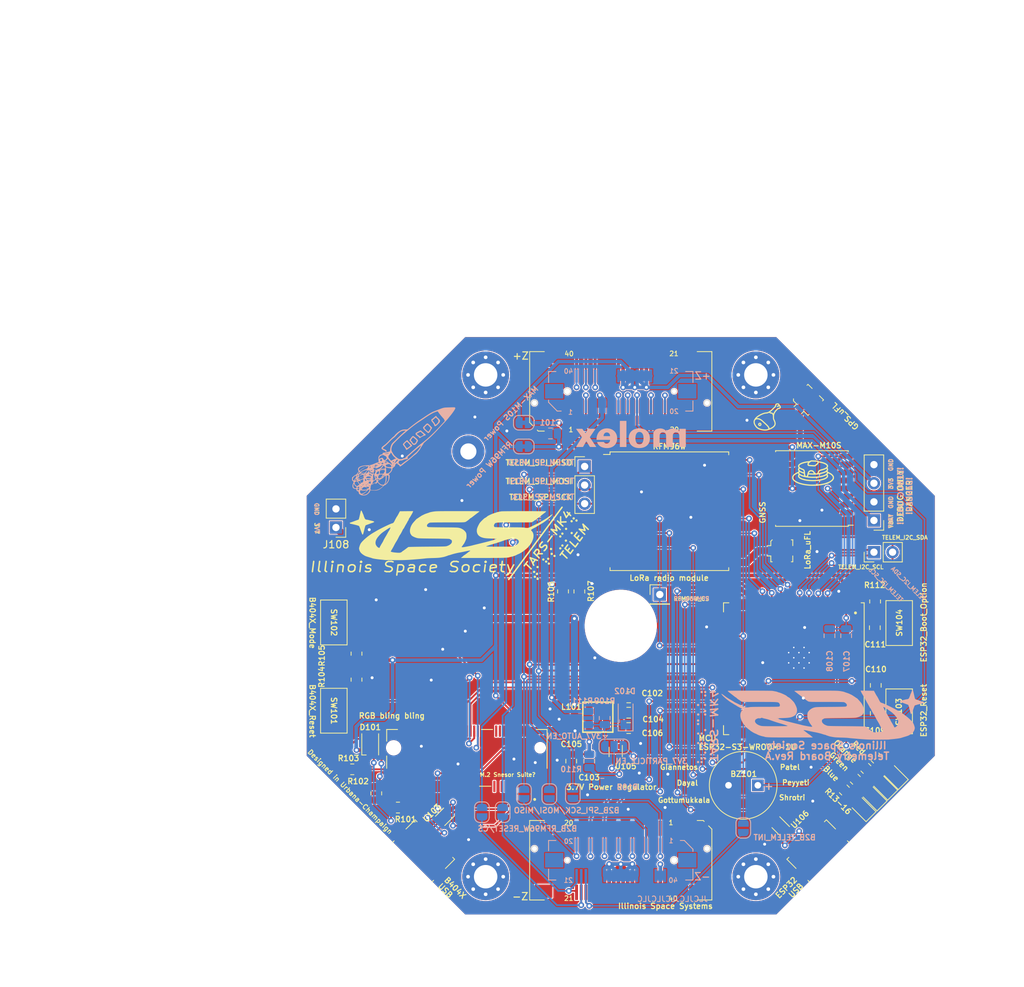
<source format=kicad_pcb>
(kicad_pcb (version 20211014) (generator pcbnew)
  (title_block (title "TARS MK4 Template") (date "2022-12-03") (rev "4.0") (company "Illinois Space Society") (comment 4 "Contributors: Peter Giannetos, Eisha Peyyeti, Danny Guller, Rishi Patel"))
  (layers (0 "F.Cu" signal) (31 "B.Cu" signal) (34 "B.Paste" user) (35 "F.Paste" user) (36 "B.SilkS" user "B.Silkscreen") (37 "F.SilkS" user "F.Silkscreen") (38 "B.Mask" user) (39 "F.Mask" user) (44 "Edge.Cuts" user))
  (net 0 "")
  (net 1 "Net-(C101-Pad1)")
  (net 2 "GND")
  (net 3 "Net-(D101-Pad2)")
  (net 4 "/LTE_USB_5V")
  (net 5 "/B2B_SERVO_PWM")
  (net 6 "Net-(D101-Pad3)")
  (net 7 "/RESERVED_2")
  (net 8 "/RESERVED_3")
  (net 9 "/RESERVED_4")
  (net 10 "/B2B_UART_TX_PMB")
  (net 11 "/B2B_UART_RX_PMB")
  (net 12 "/3V3")
  (net 13 "/LTE_USB_DP")
  (net 14 "/TEENSY_GPIO_1")
  (net 15 "/LTE_USB_DN")
  (net 16 "/B2B_SPI_SCK")
  (net 17 "/B2B_SPI_MOSI")
  (net 18 "/B2B_I2C_SDA")
  (net 19 "/B2B_I2C_SCL")
  (net 20 "/B2B_UART_TX_TELEM")
  (net 21 "/B2B_UART_RX_TELEM")
  (net 22 "/B2B_SPI_MISO")
  (net 23 "/B2B_RFM96W_RESET")
  (net 24 "/B2B_RFM96W_CS")
  (net 25 "/B2B_RFM96W_INT")
  (net 26 "/5V")
  (net 27 "/Teensy_3V3")
  (net 28 "Net-(D101-Pad4)")
  (net 29 "Net-(D102-Pad1)")
  (net 30 "Net-(D103-Pad2)")
  (net 31 "Net-(D104-Pad2)")
  (net 32 "Net-(D105-Pad2)")
  (net 33 "/PWM_BUZZER")
  (net 34 "/VBAT")
  (net 35 "Net-(D106-Pad2)")
  (net 36 "Net-(J101-Pad1)")
  (net 40 "/TELEM_SPI_MOSI")
  (net 41 "/TELEM_SPI_MISO")
  (net 42 "/TELEM_SPI_SCK")
  (net 43 "/TELEM_I2C_SCL")
  (net 44 "/MAX-M10S_INT")
  (net 45 "/MAX-M10S_RESET")
  (net 46 "/TELEM_I2C_SDA")
  (net 49 "/RESERVED_1")
  (net 51 "/ESP_USB_DN")
  (net 53 "/LED_RED")
  (net 54 "/LED_ORANGE")
  (net 55 "/LED_GREEN")
  (net 56 "/LED_BLUE")
  (net 57 "/RFM96W_CS")
  (net 58 "/RFM96W_RESET")
  (net 59 "/TELEM_INT")
  (net 60 "/UART_TX_PARTICLE")
  (net 61 "/UART_RX_PARTICLE")
  (net 62 "/RFM96W_DIO5")
  (net 63 "/RFM96W_DIO3")
  (net 64 "/RFM96W_DIO4")
  (net 65 "/RFM96W_DIO1")
  (net 66 "/ESP_USB_DP")
  (net 68 "/B404X_Reset")
  (net 72 "/TEENSY_SWITCH")
  (net 73 "/B404X_Mode")
  (net 75 "/RGB_R")
  (net 76 "/GPIO_0")
  (net 77 "/CHIP_PU")
  (net 78 "/RGB_G")
  (net 79 "/RGB_B")
  (net 86 "/3V7_PARTICLE_EN")
  (net 88 "/VBAT_SENSE")
  (net 112 "Net-(J103-Pad2)")
  (net 113 "Net-(J103-Pad3)")
  (net 115 "Net-(J104-Pad1)")
  (net 116 "Net-(J105-Pad1)")
  (net 117 "Net-(J105-Pad2)")
  (net 118 "Net-(J105-Pad3)")
  (net 120 "/RFM96W_DIO2")
  (net 121 "Net-(JP107-Pad2)")
  (net 122 "Net-(JP109-Pad2)")
  (net 123 "Net-(L101-Pad2)")
  (net 124 "Net-(R108-Pad1)")
  (net 137 "/3V7")
  (footprint "Connector_Coaxial:U.FL_Molex_MCRF_73412-0110_Vertical" (layer "F.Cu") (at 125.56 69.16 -45)
    (fp_text reference "J101" hide)
    (fp_text value "U.FL")
  )
  (footprint "Capacitor_SMD:C_0805_2012Metric" (layer "F.Cu") (at 101.08 111.865)
    (fp_text reference "C104")
    (fp_text value "10uF")
  )
  (footprint "Capacitor_SMD:C_0805_2012Metric" (layer "F.Cu") (at 134.81 111.96 90)
    (fp_text reference "C109")
    (fp_text value "0.1uF")
  )
  (footprint "Connector_PinHeader_2.54mm:PinHeader_1x02_P2.54mm_Vertical" (layer "F.Cu") (at 61.13 86.58 180)
    (fp_text reference "J108")
    (fp_text value "Conn_01x02")
  )
  (footprint "Button_Switch_SMD:SW_SPST_FSMSM" (layer "F.Cu") (at 60.84 111.59 90)
    (fp_text reference "SW101")
    (fp_text value "SW_Push")
  )
  (footprint "Resistor_SMD:R_0805_2012Metric" (layer "F.Cu") (at 133.464655 119.464655 -45)
    (fp_text reference "R114" hide)
    (fp_text value "470")
  )
  (footprint "Connector_USB:USB_Micro-B_Molex_47346-0001" (layer "F.Cu") (at 73.42 130.384986 -45)
    (fp_text reference "J103" hide)
    (fp_text value "USB_B_Micro")
  )
  (footprint "Connector_USB:USB_Micro-B_Molex_47346-0001" (layer "F.Cu") (at 126.58 130.384986 45)
    (fp_text reference "J105" hide)
    (fp_text value "USB_B_Micro")
  )
  (footprint "MountingHole:MountingHole_2.2mm_M2_Pad" (layer "F.Cu") (at 79.2 76.2)
    (fp_text reference "REF**" hide)
    (fp_text value "MountingHole_2.2mm_M2_Pad")
  )
  (footprint "Capacitor_SMD:C_0805_2012Metric" (layer "F.Cu") (at 134.68 100.26 -90)
    (fp_text reference "C111")
    (fp_text value "1uF")
  )
  (footprint "MCU_ESP32:ESP32-S3-WROOM-1U" (layer "F.Cu") (at 123.63 105.86 -90)
    (fp_text reference "U104" hide)
    (fp_text value "ESP32-S3-WROOM-1U")
  )
  (footprint "Connector_Molex_BTB:Molex_SlimStack_2091680401_2x20_P0.635mm" (layer "F.Cu") (at 100 68 180)
    (fp_text reference "J106" hide)
    (fp_text value "Molex_SlimStack_2091680401_2x20_P0.635mm")
    (fp_circle (center -11.78 -1.58) (end -11.38 -1.58) (layer "Edge.Cuts") (width 0.12) (fill none))
    (fp_circle (center 11.78 -1.58) (end 12.18 -1.58) (layer "Edge.Cuts") (width 0.12) (fill none))
  )
  (footprint "Resistor_SMD:R_0805_2012Metric" (layer "F.Cu") (at 134.72 96.68 90)
    (fp_text reference "R112")
    (fp_text value "10K")
  )
  (footprint "Connector_PinHeader_2.54mm:PinHeader_1x02_P2.54mm_Vertical" (layer "F.Cu") (at 134.56 89.95 90)
    (fp_text reference "J113" hide)
    (fp_text value "Conn_01x02")
  )
  (footprint "Connector_PinHeader_2.54mm:PinHeader_1x01_P2.54mm_Vertical" (layer "F.Cu") (at 105.33 95.73)
    (fp_text reference "J114" hide)
    (fp_text value "Conn_01x05")
  )
  (footprint "memes:MK4 braille" (layer "F.Cu") (at 91.11 89.49 53.4)
    (fp_text reference "G***" hide)
    (fp_text value "LOGO" hide)
  )
  (footprint "Capacitor_SMD:C_0805_2012Metric" (layer "F.Cu") (at 93.24 118.47 -90)
    (fp_text reference "C105")
    (fp_text value "22 uF")
  )
  (footprint "Capacitor_SMD:C_0805_2012Metric" (layer "F.Cu") (at 101.08 109.77)
    (fp_text reference "C102")
    (fp_text value "10uF")
  )
  (footprint "Resistor_SMD:R_0805_2012Metric" (layer "F.Cu") (at 66.63 122.87 90)
    (fp_text reference "R102")
    (fp_text value "1K")
  )
  (footprint "Resistor_SMD:R_0805_2012Metric" (layer "F.Cu") (at 63.93 107.35 -90)
    (fp_text reference "R104")
    (fp_text value "9K")
  )
  (footprint "Resistor_SMD:R_0805_2012Metric" (layer "F.Cu") (at 134.864765 118.054765 -45)
    (fp_text reference "R113" hide)
    (fp_text value "470")
  )
  (footprint "LED_SMD:LED_0805_2012Metric" (layer "F.Cu") (at 134.474655 123.394655 135)
    (fp_text reference "D105" hide)
    (fp_text value "GREEN LED")
  )
  (footprint "Button_Switch_SMD:SW_SPST_FSMSM" (layer "F.Cu") (at 60.84 99.54 -90)
    (fp_text reference "SW102")
    (fp_text value "SW_Push")
  )
  (footprint "Resistor_SMD:R_0805_2012Metric" (layer "F.Cu") (at 130.525125 122.415125 -45)
    (fp_text reference "R116" hide)
    (fp_text value "470")
  )
  (footprint "Capacitor_SMD:C_0805_2012Metric" (layer "F.Cu") (at 101.08 113.96)
    (fp_text reference "C106")
    (fp_text value "0.1uF")
  )
  (footprint "Connector_Molex_BTB:Molex_SlimStack_2091680401_2x20_P0.635mm" (layer "F.Cu") (at 100 132)
    (fp_text reference "J107" hide)
    (fp_text value "Molex_SlimStack_2091680401_2x20_P0.635mm")
    (fp_circle (center -11.78 -1.58) (end -11.38 -1.58) (layer "Edge.Cuts") (width 0.12) (fill none))
    (fp_circle (center 11.78 -1.58) (end 12.18 -1.58) (layer "Edge.Cuts") (width 0.12) (fill none))
  )
  (footprint "Capacitor_SMD:C_0805_2012Metric" (layer "F.Cu") (at 134.81 108.13 90)
    (fp_text reference "C110")
    (fp_text value "0.1uF")
  )
  (footprint "Resistor_SMD:R_0805_2012Metric" (layer "F.Cu") (at 94.35 95.31 90)
    (fp_text reference "R107")
    (fp_text value "100k")
  )
  (footprint "LED_SMD:LED_0805_2012Metric" (layer "F.Cu") (at 132.972322 124.862322 135)
    (fp_text reference "D106" hide)
    (fp_text value "BLUE LED")
  )
  (footprint "RF_GPS:ublox_MAX" (layer "F.Cu") (at 126.1 81.26 180)
    (fp_text reference "U101" hide)
    (fp_text value "MAX-M10S")
  )
  (footprint "Connector_PinHeader_2.54mm:PinHeader_1x03_P2.54mm_Vertical" (layer "F.Cu") (at 95.07 78.25)
    (fp_text reference "J112" hide)
    (fp_text value "Conn_01x03")
  )
  (footprint "Resistor_SMD:R_0805_2012Metric" (layer "F.Cu") (at 63.35 119.59 180)
    (fp_text reference "R103")
    (fp_text value "1K")
  )
  (footprint "LED_SMD:LED_0805_2012Metric" (layer "F.Cu") (at 135.927087 121.917087 135)
    (fp_text reference "D104" hide)
    (fp_text value "ORANGE LED")
  )
  (footprint "Package_TO_SOT_SMD:SOT-666" (layer "F.Cu") (at 75.9 126.07 -135)
    (fp_text reference "U103")
    (fp_text value "USBLC6-2P6")
  )
  (footprint "LED_SMD:LED_Cree-PLCC4_2x2mm_CW" (layer "F.Cu") (at 65.8 116.18 90)
    (fp_text reference "D101")
    (fp_text value "LED_ABGR")
  )
  (footprint "Connector_M.2:TE_21992304" (layer "F.Cu") (at 79 116.65 180)
    (fp_text reference "J102" hide)
    (fp_text value "B404X")
  )
  (footprint "Button_Switch_SMD:SW_SPST_FSMSM" (layer "F.Cu") (at 138 99.625 -90)
    (fp_text reference "SW104")
    (fp_text value "SW_Push")
  )
  (footprint "Package_TO_SOT_SMD:SOT-666" (layer "F.Cu") (at 121.84 127.48 -45)
    (fp_text reference "U106")
    (fp_text value "USBLC6-2P6")
  )
  (footprint "memes:pancakes" (layer "F.Cu") (at 126.25 79.15)
    (fp_text reference "G***" hide)
    (fp_text value "LOGO" hide)
  )
  (footprint "RF_Module:HOPERF_RFM9XW_SMD" (layer "F.Cu") (at 106.64 84.36)
    (fp_text reference "U102" hide)
    (fp_text value "RFM96W-433S2")
  )
  (footprint "Resistor_SMD:R_0805_2012Metric" (layer "F.Cu") (at 92.12 95.3 -90)
    (fp_text reference "R106")
    (fp_text value "200k")
  )
  (footprint "Package_TO_SOT_SMD:SOT-563" (layer "F.Cu") (at 99.31 117.22 -90)
    (fp_text reference "U105")
    (fp_text value "TI_TPS564247DRLR")
  )
  (footprint "Button_Switch_SMD:SW_SPST_FSMSM" (layer "F.Cu") (at 138 111.675 90)
    (fp_text reference "SW103")
    (fp_text value "SW_Push")
  )
  (footprint "Capacitor_SMD:C_0805_2012Metric" (layer "F.Cu") (at 95.69 118.47 -90)
    (fp_text reference "C103")
    (fp_text value "22 uF")
  )
  (footprint "Inductor_WE_MAPI:1.8_74438356018" (layer "F.Cu") (at 96.8496 112.4118)
    (fp_text reference "L101")
    (fp_text value "1.8 uH" hide)
  )
  (footprint "Resistor_SMD:R_0805_2012Metric" (layer "F.Cu") (at 63.93 103.8 90)
    (fp_text reference "R105")
    (fp_text value "9K")
  )
  (footprint "Logos_ISS:ISS_LOGO_extreme small" (layer "F.Cu") (at 76.39 87.726764)
    (fp_text reference "G***" hide)
    (fp_text value "LOGO" hide)
  )
  (footprint "LED_SMD:LED_0805_2012Metric" (layer "F.Cu") (at 137.377197 120.477197 135)
    (fp_text reference "D103" hide)
    (fp_text value "RED LED")
  )
  (footprint "memes:ham" (layer "F.Cu") (at 119.99 71.54)
    (fp_text reference "G***" hide)
    (fp_text value "LOGO" hide)
  )
  (footprint "Buzzer_Beeper:MagneticBuzzer_PUI_AT-0927-TT-6-R" (layer "F.Cu") (at 118.71 121.77 180)
    (fp_text reference "BZ101")
    (fp_text value "Buzzer")
  )
  (footprint "Connector_PinHeader_2.54mm:PinHeader_1x04_P2.54mm_Vertical" (layer "F.Cu") (at 134.56 85.62 180)
    (fp_text reference "J109" hide)
    (fp_text value "Conn_01x04")
  )
  (footprint "Connector_Coaxial:U.FL_Molex_MCRF_73412-0110_Vertical" (layer "F.Cu") (at 121.98 89.76 -90)
    (fp_text reference "J104" hide)
    (fp_text value "U.FL")
  )
  (footprint "Resistor_SMD:R_0805_2012Metric" (layer "F.Cu") (at 69.59 124.81 180)
    (fp_text reference "R101")
    (fp_text value "1K")
  )
  (footprint "Resistor_SMD:R_0805_2012Metric" (layer "F.Cu") (at 132.01989 120.94989 -45)
    (fp_text reference "R115" hide)
    (fp_text value "470")
  )
  (footprint "Resistor_SMD:R_0805_2012Metric" (layer "B.Cu") (at 95.565 112.5925 90)
    (fp_text reference "R111")
    (fp_text value "20k")
  )
  (footprint "Jumper:SolderJumper-3_P1.3mm_Open_RoundedPad1.0x1.5mm" (layer "B.Cu") (at 99.09 116.47)
    (fp_text reference "JP109" hide)
    (fp_text value "SolderJumper_3_Open" hide)
  )
  (footprint "Logos_ISS:MOLEX" (layer "B.Cu") (at 101.38 73.89 180)
    (fp_text reference "G***" hide)
    (fp_text value "LOGO" hide)
  )
  (footprint "Jumper:SolderJumper-2_P1.3mm_Open_RoundedPad1.0x1.5mm" (layer "B.Cu") (at 116.73 127.58 -90)
    (fp_text reference "JP108" hide)
    (fp_text value "SolderJumper_2_Open")
  )
  (footprint "Diode_SMD:D_SMF" (layer "B.Cu") (at 100.665 112.06 90)
    (fp_text reference "D102")
    (fp_text value " PTZTFTE255.1B")
  )
  (footprint "Jumper:SolderJumper-2_P1.3mm_Bridged_RoundedPad1.0x1.5mm" (layer "B.Cu") (at 86.76 75.52)
    (fp_text reference "JP106" hide)
    (fp_text value "Jumper_NC_Small")
  )
  (footprint "Jumper:SolderJumper-2_P1.3mm_Bridged_RoundedPad1.0x1.5mm" (layer "B.Cu") (at 86.76 72.28)
    (fp_text reference "JP107" hide)
    (fp_text value "Jumper_NC_Small")
  )
  (footprint "Capacitor_SMD:C_0805_2012Metric" (layer "B.Cu") (at 130.77 101.36 -90)
    (fp_text reference "C107")
    (fp_text value "22uF")
  )
  (footprint "Jumper:SolderJumper-2_P1.3mm_Open_RoundedPad1.0x1.5mm" (layer "B.Cu") (at 81.05 125.44 90)
    (fp_text reference "JP102" hide)
    (fp_text value "SolderJumper_2_Open")
  )
  (footprint "Jumper:SolderJumper-2_P1.3mm_Open_RoundedPad1.0x1.5mm" (layer "B.Cu") (at 86.79 122.96 90)
    (fp_text reference "JP103" hide)
    (fp_text value "SolderJumper_2_Open")
  )
  (footprint "Capacitor_SMD:C_0805_2012Metric" (layer "B.Cu") (at 128.49 101.36 -90)
    (fp_text reference "C108")
    (fp_text value "0.1uF")
  )
  (footprint "Jumper:SolderJumper-2_P1.3mm_Open_RoundedPad1.0x1.5mm" (layer "B.Cu") (at 83.88 125.44 90)
    (fp_text reference "JP101" hide)
    (fp_text value "SolderJumper_2_Open")
  )
  (footprint "memes:eisha_rocket" (layer "B.Cu") (at 70.35 75.9 180)
    (fp_text reference "G***" hide)
    (fp_text value "LOGO" hide)
  )
  (footprint "MountingHole:MountingHole_3.2mm_M3_Pad_Via" (layer "B.Cu") (at 118.442536 134.247282 180)
    (fp_text reference "REF**" hide)
    (fp_text value "MountingHole_3.2mm_M3_Pad_Via")
  )
  (footprint "Resistor_SMD:R_0805_2012Metric" (layer "B.Cu") (at 95.71 118.46 90)
    (fp_text reference "R110")
    (fp_text value "155k")
  )
  (footprint "MountingHole:MountingHole_3.2mm_M3_Pad_Via" (layer "B.Cu") (at 81.557464 134.247282 180)
    (fp_text reference "REF**" hide)
    (fp_text value "MountingHole_3.2mm_M3_Pad_Via")
  )
  (footprint "memes:MK4 braille" (layer "B.Cu") (at 111.029989 113.839676 90)
    (fp_text reference "G***" hide)
    (fp_text value "LOGO" hide)
  )
  (footprint "Connector_Molex_BTB:Molex_SlimStack_Plug_2x20_P0.365mm" (layer "B.Cu") (at 100 67.99)
    (fp_text reference "J110" hide)
    (fp_text value "Molex_SlimStack_Plug_2x20_P0.365mm")
    (fp_circle (center -7.285 0) (end -6.835 0) (layer "Edge.Cuts") (width 0.1) (fill none))
    (fp_circle (center 7.285 0) (end 7.635 0) (layer "Edge.Cuts") (width 0.1) (fill none))
  )
  (footprint "Resistor_SMD:R_0805_2012Metric" (layer "B.Cu") (at 97.805 112.5925 90)
    (fp_text reference "R109")
    (fp_text value "30k")
  )
  (footprint "Capacitor_SMD:C_0805_2012Metric" (layer "B.Cu") (at 90.4 73.74 180)
    (fp_text reference "C101")
    (fp_text value "10uF")
  )
  (footprint "MountingHole:MountingHole_3.2mm_M3_Pad_Via" (layer "B.Cu") (at 81.557464 65.752718 180)
    (fp_text reference "REF**" hide)
    (fp_text value "MountingHole_3.2mm_M3_Pad_Via" hide)
  )
  (footprint "Jumper:SolderJumper-2_P1.3mm_Open_RoundedPad1.0x1.5mm" (layer "B.Cu") (at 93.46 122.93 90)
    (fp_text reference "JP105" hide)
    (fp_text value "SolderJumper_2_Open")
  )
  (footprint "MountingHole:MountingHole_3.2mm_M3_Pad_Via" (layer "B.Cu") (at 118.442536 65.752718 180)
    (fp_text reference "REF**" hide)
    (fp_text value "MountingHole_3.2mm_M3_Pad_Via" hide)
  )
  (footprint "Connector_Molex_BTB:Molex_SlimStack_Plug_2x20_P0.365mm" (layer "B.Cu") (at 100 132 180)
    (fp_text reference "J111" hide)
    (fp_text value "Molex_SlimStack_Plug_2x20_P0.365mm")
    (fp_circle (center -7.285 0) (end -6.835 0) (layer "Edge.Cuts") (width 0.1) (fill none))
    (fp_circle (center 7.285 0) (end 7.635 0) (layer "Edge.Cuts") (width 0.1) (fill none))
  )
  (footprint "Logos_ISS:ISS_LOGO_extreme small" (layer "B.Cu") (at 128.024121 112.231764 180)
    (fp_text reference "G***" hide)
    (fp_text value "LOGO" hide)
  )
  (footprint "Resistor_SMD:R_0805_2012Metric" (layer "B.Cu") (at 97.48 121.56)
    (fp_text reference "R108")
    (fp_text value "30k")
  )
  (footprint "Jumper:SolderJumper-2_P1.3mm_Open_RoundedPad1.0x1.5mm" (layer "B.Cu") (at 90.25 122.97 90)
    (fp_text reference "JP104" hide)
    (fp_text value "SolderJumper_2_Open")
  )
  (gr_line (start 91.98875 83.815) (end 84.71 93.68) (layer "F.SilkS") (width 0.2))
  (gr_line locked (start 78.712663 60.47) (end 57.011885 82.19374) (layer "Edge.Cuts") (width 0.01))
  (gr_circle locked (center 100 100) (end 104.8125 100) (layer "Edge.Cuts") (width 0.01) (fill none))
  (gr_line locked (start 121.287337 139.53) (end 142.988115 117.80626) (layer "Edge.Cuts") (width 0.01))
  (gr_line locked (start 121.287337 139.53) (end 78.712663 139.53) (layer "Edge.Cuts") (width 0.01))
  (gr_line locked (start 142.988115 82.19374) (end 121.287337 60.47) (layer "Edge.Cuts") (width 0.01))
  (gr_line locked (start 142.988115 117.80626) (end 142.988115 82.19374) (layer "Edge.Cuts") (width 0.01))
  (gr_line locked (start 57.011885 82.19374) (end 57.011885 117.80626) (layer "Edge.Cuts") (width 0.01))
  (gr_line locked (start 57.011885 117.80626) (end 78.712663 139.53) (layer "Edge.Cuts") (width 0.01))
  (gr_line locked (start 121.287337 60.47) (end 78.712663 60.47) (layer "Edge.Cuts") (width 0.01))
  (gr_text "21" (at 107.25 65.22) (layer "B.SilkS") (effects (font (size 0.65 0.65) (thickness 0.12)) (justify mirror)))
  (gr_text "40" (at 92.86 65.25) (layer "B.SilkS") (effects (font (size 0.65 0.65) (thickness 0.12)) (justify mirror)))
  (gr_text "+Z" (at 111.2 65.87) (layer "B.SilkS") (effects (font (size 1 1)) (justify mirror)))
  (gr_text "RFM96W Power" (at 82.05 78.01 45) (layer "B.SilkS") (effects (font (size 0.75 0.75)) (justify mirror)))
  (gr_text "RFM96W_CS" (at 109.67 96.31) (layer "B.SilkS") (effects (font (size 0.55 0.55) (thickness 0.12)) (justify mirror)))
  (gr_text "3V7_AUTO_EN" (at 93.61 115.06) (layer "B.SilkS") (effects (font (size 0.75 0.75)) (justify mirror)))
  (gr_text "GND" (at 136.84 83.15 90) (layer "B.SilkS") (effects (font (size 0.55 0.55) (thickness 0.12)) (justify mirror)))
  (gr_text "1" (at 93.13 70.84) (layer "B.SilkS") (effects (font (size 0.65 0.65) (thickness 0.12)) (justify mirror)))
  (gr_text "20" (at 107.27 70.74) (layer "B.SilkS") (effects (font (size 0.65 0.65) (thickness 0.12)) (justify mirror)))
  (gr_text "GND" (at 136.84 78.03 90) (layer "B.SilkS") (effects (font (size 0.55 0.55) (thickness 0.12)) (justify mirror)))
  (gr_text "TELEM_I2C_SCL" (at 136.2 94.41 315) (layer "B.SilkS") (effects (font (size 0.55 0.55) (thickness 0.12)) (justify mirror)))
  (gr_text "B2B_TELEM_INT" (at 122.37 128.89) (layer "B.SilkS") (effects (font (size 0.75 0.75)) (justify mirror)))
  (gr_text "40" (at 107.16 134.74) (layer "B.SilkS") (effects (font (size 0.65 0.65) (thickness 0.12)) (justify mirror)))
  (gr_text "JLCJLCJLCJLCJLC" (at 107.07 137.29) (layer "B.SilkS") (effects (font (size 0.75 0.75) (thickness 0.12)) (justify mirror)))
  (gr_text "!DEBUG ONLY!\n!DANGER!" (at 138.82 82.27 90) (layer "B.SilkS") (effects (font (size 0.75 0.75)) (justify mirror)))
  (gr_text "B2B_SPI_SCK/MOSI/MISO" (at 92.62 125.2) (layer "B.SilkS") (effects (font (size 0.75 0.75)) (justify mirror)))
  (gr_text "-Z" (at 111.14 134.23) (layer "B.SilkS") (effects (font (size 1 1)) (justify mirror)))
  (gr_text "20\n" (at 92.87 129.42) (layer "B.SilkS") (effects (font (size 0.65 0.65) (thickness 0.12)) (justify mirror)))
  (gr_text "+" (at 120.22 122.01 180) (layer "B.SilkS") (effects (font (size 1 1)) (justify mirror)))
  (gr_text "MAX-M10S Power" (at 85.01 71.02 45) (layer "B.SilkS") (effects (font (size 0.75 0.75)) (justify mirror)))
  (gr_text "VBAT" (at 136.84 85.71 90) (layer "B.SilkS") (effects (font (size 0.55 0.55) (thickness 0.12)) (justify mirror)))
  (gr_text "TELEM_SPI_MOSI" (at 89.13 80.25) (layer "B.SilkS") (effects (font (size 0.75 0.75)) (justify mirror)))
  (gr_text "TELEM_I2C_SDA" (at 139.23 94.27 315) (layer "B.SilkS") (effects (font (size 0.55 0.55) (thickness 0.12)) (justify mirror)))
  (gr_text "Telemetry Board Rev.A" (at 128.169121 117.786764) (layer "B.SilkS") (effects (font (size 1 1) (thickness 0.2)) (justify mirror)))
  (gr_text "TELEM_SPI_MISO" (at 89.13 77.71) (layer "B.SilkS") (effects (font (size 0.75 0.75)) (justify mirror)))
  (gr_text "3V7_PARTICLE_EN" (at 104.2 118.48) (layer "B.SilkS") (effects (font (size 0.75 0.75)) (justify mirror)))
  (gr_text "GND" (at 58.47 84.08 -90) (layer "B.SilkS") (effects (font (size 0.55 0.55) (thickness 0.12)) (justify mirror)))
  (gr_text "3V7\n" (at 58.6 86.7 -90) (layer "B.SilkS") (effects (font (size 0.55 0.55) (thickness 0.12)) (justify mirror)))
  (gr_text "Illinois Space Society" (at 128.024121 116.341764) (layer "B.SilkS") (effects (font (size 1 1) (thickness 0.2)) (justify mirror)))
  (gr_text "TELEM_SPI_SCK" (at 89.38 82.42) (layer "B.SilkS") (effects (font (size 0.75 0.75)) (justify mirror)))
  (gr_text "TARS-MK4" (at 112.679121 113.656764 270) (layer "B.SilkS") (effects (font (size 1 1.25) (thickness 0.2) italic) (justify mirror)))
  (gr_text "1" (at 106.86 129.34) (layer "B.SilkS") (effects (font (size 0.65 0.65) (thickness 0.12)) (justify mirror)))
  (gr_text "B2B_RFM96W_RESET/CS" (at 87.26 127.69) (layer "B.SilkS") (effects (font (size 0.75 0.75)) (justify mirror)))
  (gr_text "3V3\n" (at 136.84 80.59 90) (layer "B.SilkS") (effects (font (size 0.55 0.55) (thickness 0.12)) (justify mirror)))
  (gr_text "21" (at 92.84 134.74) (layer "B.SilkS") (effects (font (size 0.65 0.65) (thickness 0.12)) (justify mirror)))
  (gr_text "B404X\nUSB" (at 75.62 134.86 315) (layer "F.SilkS") (effects (font (size 0.75 0.75)) (justify left)))
  (gr_text "Blue" (at 127.78 119.23 315) (layer "F.SilkS") (effects (font (size 0.75 0.75)) (justify left)))
  (gr_text "GND" (at 136.89 78.03 90) (layer "F.SilkS") (effects (font (size 0.55 0.55) (thickness 0.12))))
  (gr_text "GND" (at 58.5 84.07 270) (layer "F.SilkS") (effects (font (size 0.55 0.55) (thickness 0.12))))
  (gr_text "Gottumukkala" (at 108.65 123.8) (layer "F.SilkS") (effects (font (size 0.7 0.7))))
  (gr_text "Patel" (at 123.1 119.3) (layer "F.SilkS") (effects (font (size 0.7 0.7))))
  (gr_text "ESP32_Reset" (at 141.36 111.56 90) (layer "F.SilkS") (effects (font (size 0.75 0.75))))
  (gr_text "Illinois Space Systems" (at 106.1 138.26) (layer "F.SilkS") (effects (font (size 0.75 0.75))))
  (gr_text "ESP32_Boot_Option" (at 141.36 99.53 90) (layer "F.SilkS") (effects (font (size 0.75 0.75))))
  (gr_text "TELEM_SPI_MOSI" (at 88.81 80.28) (layer "F.SilkS") (effects (font (size 0.75 0.75))))
  (gr_text "21" (at 92.9 137.21) (layer "F.SilkS") (effects (font (size 0.65 0.65) (thickness 0.12))))
  (gr_text "3.7V Power Regulator" (at 98.72 122.01) (layer "F.SilkS") (effects (font (size 0.75 0.75))))
  (gr_text "GPS_uFL" (at 130.64 71.38 135) (layer "F.SilkS") (effects (font (size 0.75 0.75))))
  (gr_text "3V3\n" (at 136.89 80.59 90) (layer "F.SilkS") (effects (font (size 0.55 0.55) (thickness 0.12))))
  (gr_text "TELEM" (at 93.704375 88.5925 53.4) (layer "F.SilkS") (effects (font (size 1 1.25) (thickness 0.2) italic)))
  (gr_text "B404X_Reset" (at 57.91 111.62 270) (layer "F.SilkS") (effects (font (size 0.75 0.75))))
  (gr_text "Peyyeti" (at 123.9 121.4) (layer "F.SilkS") (effects (font (size 0.7 0.7))))
  (gr_text "-Z" (at 86.28 136.95) (layer "F.SilkS") (effects (font (size 1 1))))
  (gr_text "20" (at 107.32 73.22) (layer "F.SilkS") (effects (font (size 0.65 0.65) (thickness 0.12))))
  (gr_text "GNSS" (at 119.36 84.53 90) (layer "F.SilkS") (effects (font (size 0.75 0.75))))
  (gr_text "TELEM_I2C_SDA" (at 138.78 87.95) (layer "F.SilkS") (effects (font (size 0.55 0.55) (thickness 0.12))))
  (gr_text "ESP32\nUSB" (at 124.36 134.84 45) (layer "F.SilkS") (effects (font (size 0.75 0.75)) (justify right)))
  (gr_text "Green" (at 128.61 117.34 315) (layer "F.SilkS") (effects (font (size 0.75 0.75)) (justify left)))
  (gr_text "LoRa radio module" (at 106.6 93.47) (layer "F.SilkS") (effects (font (size 0.75 0.75))))
  (gr_text "!DEBUG ONLY!\n!DANGER!" (at 138.78 82.28 90) (layer "F.SilkS") (effects (font (size 0.75 0.75))))
  (gr_text "40" (at 107.12 137.23) (layer "F.SilkS") (effects (font (size 0.65 0.65) (thickness 0.12))))
  (gr_text "MAX-M10S" (at 127.05 75.38) (layer "F.SilkS") (effects (font (size 0.75 0.75))))
  (gr_text "Shrotri" (at 123.4 123.45) (layer "F.SilkS") (effects (font (size 0.7 0.7))))
  (gr_text "Dayal" (at 109.1 121.45) (layer "F.SilkS") (effects (font (size 0.7 0.7))))
  (gr_text "TELEM_SPI_SCK" (at 89.06 82.45) (layer "F.SilkS") (effects (font (size 0.75 0.75))))
  (gr_text "Giannetos" (at 107.95 119.3) (layer "F.SilkS") (effects (font (size 0.7 0.7))))
  (gr_text "MCU\nESP32-S3-WROOM-1U" (at 110.54 115.95) (layer "F.SilkS") (effects (font (size 0.75 0.75)) (justify left)))
  (gr_text "TELEM_I2C_SCL" (at 132.77 91.98) (layer "F.SilkS") (effects (font (size 0.55 0.55) (thickness 0.12))))
  (gr_text "Red" (at 131.66 115.85 315) (layer "F.SilkS") (effects (font (size 0.75 0.75)) (justify left)))
  (gr_text "Orange" (at 129.2 115.69 315) (layer "F.SilkS") (effects (font (size 0.75 0.75)) (justify left)))
  (gr_text "1" (at 93.2 73.23) (layer "F.SilkS") (effects (font (size 0.65 0.65) (thickness 0.12))))
  (gr_text "TELEM_SPI_MISO" (at 88.81 77.74) (layer "F.SilkS") (effects (font (size 0.75 0.75))))
  (gr_text "B404X_Mode" (at 57.91 99.59 270) (layer "F.SilkS") (effects (font (size 0.75 0.75))))
  (gr_text "RFM96W_CS" (at 109.65 96.32) (layer "F.SilkS") (effects (font (size 0.55 0.55) (thickness 0.12))))
  (gr_text "TARS-MK4" (at 90.07 88.36 53.4) (layer "F.SilkS") (effects (font (size 1 1.25) (thickness 0.2) italic)))
  (gr_text "M.2 Snesor Suite?" (at 84.58 120.33) (layer "F.SilkS") (effects (font (size 0.55 0.55) (thickness 0.12))))
  (gr_text "1" (at 106.85 126.87) (layer "F.SilkS") (effects (font (size 0.65 0.65) (thickness 0.12))))
  (gr_text "3V7\n" (at 58.49 86.69 270) (layer "F.SilkS") (effects (font (size 0.55 0.55) (thickness 0.12))))
  (gr_text "+Z" (at 86.34 63.15) (layer "F.SilkS") (effects (font (size 1 1))))
  (gr_text "21" (at 107.26 62.85) (layer "F.SilkS") (effects (font (size 0.65 0.65) (thickness 0.12))))
  (gr_text "Illinois Space Society" (at 71.52 91.97) (layer "F.SilkS") (effects (font (size 1.4 1.7) (thickness 0.2) italic)))
  (gr_text "R13-16" (at 127.99 122.29 315) (layer "F.SilkS") (effects (font (size 0.75 0.75)) (justify left)))
  (gr_text "RFM96W" (at 106.65 75.52) (layer "F.SilkS") (effects (font (size 0.75 0.75))))
  (gr_text "VBAT" (at 136.89 85.71 90) (layer "F.SilkS") (effects (font (size 0.55 0.55) (thickness 0.12))))
  (gr_text "20" (at 92.9 126.89) (layer "F.SilkS") (effects (font (size 0.65 0.65) (thickness 0.12))))
  (gr_text "LoRa_uFL" (at 125.5 89.68 90) (layer "F.SilkS") (effects (font (size 0.75 0.75))))
  (gr_text "GND" (at 136.89 83.15 90) (layer "F.SilkS") (effects (font (size 0.55 0.55) (thickness 0.12))))
  (gr_text "40" (at 92.95 62.87) (layer "F.SilkS") (effects (font (size 0.65 0.65) (thickness 0.12))))
  (gr_text "RGB bling bling" (at 64.17 112.28) (layer "F.SilkS") (effects (font (size 0.75 0.75)) (justify left)))
  (gr_text "Designed in Urbana-Champaign" (at 63.05 122.66 -45) (layer "F.SilkS") (effects (font (size 0.65 0.65) (thickness 0.13))))
  (segment (start 91.55 75.55) (end 104.57 75.55) (width 0.5) (layer "F.Cu") (net 1))
  (segment (start 112.38 83.36) (end 114.64 83.36) (width 0.5) (layer "F.Cu") (net 1))
  (segment (start 104.57 75.55) (end 112.38 83.36) (width 0.5) (layer "F.Cu") (net 1))
  (segment (start 91.54 75.56) (end 91.55 75.55) (width 0.5) (layer "F.Cu") (net 1))
  (via (at 91.54 75.56) (size 0.8) (drill 0.4) (layers "F.Cu" "B.Cu") (net 1))
  (segment (start 91.54 73.93) (end 91.54 75.56) (width 0.5) (layer "B.Cu") (net 1))
  (segment (start 87.45 75.56) (end 91.54 75.56) (width 0.5) (layer "B.Cu") (net 1))
  (via (at 70.18 76.82) (size 0.8) (drill 0.4) (layers "F.Cu" "B.Cu") (net 2))
  (via (at 66.06 107.09) (size 0.8) (drill 0.4) (layers "F.Cu" "B.Cu") (net 2))
  (via (at 85.42 118.19) (size 0.8) (drill 0.4) (layers "F.Cu" "B.Cu") (net 2))
  (via (at 102.53 120.1) (size 0.8) (drill 0.4) (layers "F.Cu" "B.Cu") (net 2))
  (via (at 129.76 95.29) (size 0.8) (drill 0.4) (layers "F.Cu" "B.Cu") (net 2))
  (via (at 106.05 124.8) (size 0.8) (drill 0.4) (layers "F.Cu" "B.Cu") (net 2))
  (via (at 124.45 85.64) (size 0.8) (drill 0.4) (layers "F.Cu" "B.Cu") (net 2))
  (via (at 124.92 109.86) (size 0.8) (drill 0.4) (layers "F.Cu" "B.Cu") (net 2))
  (via (at 126.21 123.93) (size 0.8) (drill 0.4) (layers "F.Cu" "B.Cu") (net 2))
  (via (at 96.46 104.37) (size 0.8) (drill 0.4) (layers "F.Cu" "B.Cu") (net 2))
  (via (at 66.62 96.46) (size 0.8) (drill 0.4) (layers "F.Cu" "B.Cu") (net 2))
  (via (at 125.1 100.23) (size 0.8) (drill 0.4) (layers "F.Cu" "B.Cu") (net 2))
  (via (at 73.37 95.06) (size 0.8) (drill 0.4) (layers "F.Cu" "B.Cu") (net 2))
  (via (at 119.38 105.03) (size 0.8) (drill 0.4) (layers "F.Cu" "B.Cu") (net 2))
  (via (at 84.45 73.4) (size 0.8) (drill 0.4) (layers "F.Cu" "B.Cu") (net 2))
  (via (at 125.98 119.3) (size 0.8) (drill 0.4) (layers "F.Cu" "B.Cu") (net 2))
  (via (at 81.37 97.56) (size 0.8) (drill 0.4) (layers "F.Cu" "B.Cu") (net 2))
  (via (at 78.32 82.9) (size 0.8) (drill 0.4) (layers "F.Cu" "B.Cu") (net 2))
  (via (at 119.64 129.81) (size 0.8) (drill 0.4) (layers "F.Cu" "B.Cu") (net 2))
  (via (at 78.78 100.73) (size 0.8) (drill 0.4) (layers "F.Cu" "B.Cu") (net 2))
  (via (at 111.44 78.08) (size 0.8) (drill 0.4) (layers "F.Cu" "B.Cu") (net 2))
  (via (at 101.02 125.04) (size 0.8) (drill 0.4) (layers "F.Cu" "B.Cu") (net 2))
  (via (at 109.57 85.19) (size 0.8) (drill 0.4) (layers "F.Cu" "B.Cu") (net 2))
  (via (at 102.83 81.72) (size 0.8) (drill 0.4) (layers "F.Cu" "B.Cu") (net 2))
  (via (at 91.32 118.34) (size 0.8) (drill 0.4) (layers "F.Cu" "B.Cu") (net 2))
  (via (at 96.06 94.23) (size 0.8) (drill 0.4) (layers "F.Cu" "B.Cu") (net 2))
  (via (at 111.72 100.15) (size 0.8) (drill 0.4) (layers "F.Cu" "B.Cu") (net 2))
  (via (at 74.13 107.41) (size 0.8) (drill 0.4) (layers "F.Cu" "B.Cu") (net 2))
  (via (at 95.47 123.07) (size 0.8) (drill 0.4) (layers "F.Cu" "B.Cu") (net 2))
  (via (at 126.79 89.87) (size 0.8) (drill 0.4) (layers "F.Cu" "B.Cu") (net 2))
  (via (at 75.7 103.2) (size 0.8) (drill 0.4) (layers "F.Cu" "B.Cu") (net 2))
  (via (at 77.79 118.86) (size 0.8) (drill 0.4) (layers "F.Cu" "B.Cu") (net 2))
  (via (at 79.23 129.19) (size 0.8) (drill 0.4) (layers "F.Cu" "B.Cu") (net 2))
  (via (at 93.76 114.34) (size 0.8) (drill 0.4) (layers "F.Cu" "B.Cu") (net 2))
  (via (at 117.23 71.94) (size 0.8) (drill 0.4) (layers "F.Cu" "B.Cu") (net 2))
  (via (at 94.17 90.3) (size 0.8) (drill 0.4) (layers "F.Cu" "B.Cu") (net 2))
  (via (at 88.33 118.67) (size 0.8) (drill 0.4) (layers "F.Cu" "B.Cu") (net 2))
  (via (at 72.78 116.44) (size 0.8) (drill 0.4) (layers "F.Cu" "B.Cu") (net 2))
  (via (at 127.46 84.21) (size 0.8) (drill 0.4) (layers "F.Cu" "B.Cu") (net 2))
  (via (at 65.67 86.88) (size 0.8) (drill 0.4) (layers "F.Cu" "B.Cu") (net 2))
  (via (at 106.43 120.25) (size 0.8) (drill 0.4) (layers "F.Cu" "B.Cu") (net 2))
  (via (at 102.71 116.06) (size 0.8) (drill 0.4) (layers "F.Cu" "B.Cu") (net 2))
  (via (at 80.09 71.5) (size 0.8) (drill 0.4) (layers "F.Cu" "B.Cu") (net 2))
  (via (at 91.59 112.75) (size 0.8) (drill 0.4) (layers "F.Cu" "B.Cu") (net 2))
  (via (at 90.35 111.35) (size 0.8) (drill 0.4) (layers "F.Cu" "B.Cu") (net 2))
  (segment (start 62.4375 119.59) (end 62.4375 118.4325) (width 0.25) (layer "F.Cu") (net 3))
  (segment (start 64.01 115.43) (end 65.25 115.43) (width 0.25) (layer "F.Cu") (net 3))
  (segment (start 63.12 117.75) (end 63.12 116.32) (width 0.25) (layer "F.Cu") (net 3))
  (segment (start 62.4375 118.4325) (end 63.12 117.75) (width 0.25) (layer "F.Cu") (net 3))
  (segment (start 63.12 116.32) (end 64.01 115.43) (width 0.25) (layer "F.Cu") (net 3))
  (segment (start 75.61 125.58) (end 74.99 124.96) (width 0.25) (layer "F.Cu") (net 4))
  (segment (start 75.245926 126.724074) (end 75.61 126.36) (width 0.25) (layer "F.Cu") (net 4))
  (segment (start 73.536629 128.433371) (end 75.245926 126.724074) (width 0.25) (layer "F.Cu") (net 4))
  (segment (start 80.62 120.12) (end 75 120.12) (width 0.25) (layer "F.Cu") (net 4))
  (segment (start 84.5 116.24) (end 80.62 120.12) (width 0.25) (layer "F.Cu") (net 4))
  (segment (start 84.5 114.375) (end 84.5 116.24) (width 0.25) (layer "F.Cu") (net 4))
  (segment (start 75.61 126.36) (end 75.61 125.58) (width 0.25) (layer "F.Cu") (net 4))
  (via (at 75 120.12) (size 0.8) (drill 0.4) (layers "F.Cu" "B.Cu") (net 4))
  (via (at 74.99 124.96) (size 0.8) (drill 0.4) (layers "F.Cu" "B.Cu") (net 4))
  (segment (start 75 124.95) (end 74.99 124.96) (width 0.25) (layer "B.Cu") (net 4))
  (segment (start 75 120.12) (end 75 124.95) (width 0.25) (layer "B.Cu") (net 4))
  (segment (start 95.24 68.53) (end 95.2375 68.5325) (width 0.25) (layer "F.Cu") (net 5))
  (segment (start 95.2375 68.5325) (end 95.2375 72.375) (width 0.25) (layer "F.Cu") (net 5))
  (via (at 95.24 68.53) (size 0.8) (drill 0.4) (layers "F.Cu" "B.Cu") (net 5))
  (segment (start 95.24 68.53) (end 95.24 70.0875) (width 0.25) (layer "B.Cu") (net 5))
  (segment (start 67.32 118.35) (end 67.49 118.18) (width 0.25) (layer "F.Cu") (net 6))
  (segment (start 67.49 115.64) (end 67.28 115.43) (width 0.25) (layer "F.Cu") (net 6))
  (segment (start 67.32 118.81) (end 67.32 118.35) (width 0.25) (layer "F.Cu") (net 6))
  (segment (start 67.12 121.4675) (end 66.63 121.9575) (width 0.25) (layer "F.Cu") (net 6))
  (segment (start 67.49 118.18) (end 67.49 115.64) (width 0.25) (layer "F.Cu") (net 6))
  (segment (start 67.12 120.54) (end 67.12 121.4675) (width 0.25) (layer "F.Cu") (net 6))
  (segment (start 67.28 115.43) (end 66.35 115.43) (width 0.25) (layer "F.Cu") (net 6))
  (via (at 67.32 118.81) (size 0.8) (drill 0.4) (layers "F.Cu" "B.Cu") (net 6))
  (via (at 67.12 120.54) (size 0.8) (drill 0.4) (layers "F.Cu" "B.Cu") (net 6))
  (segment (start 67.32 120.34) (end 67.12 120.54) (width 0.25) (layer "B.Cu") (net 6))
  (segment (start 67.32 118.81) (end 67.32 120.34) (width 0.25) (layer "B.Cu") (net 6))
  (segment (start 100.9525 72.375) (end 100.9525 68.5225) (width 0.25) (layer "F.Cu") (net 7))
  (segment (start 100.9525 68.5225) (end 100.95 68.52) (width 0.25) (layer "F.Cu") (net 7))
  (via (at 100.95 68.52) (size 0.8) (drill 0.4) (layers "F.Cu" "B.Cu") (net 7))
  (segment (start 100.95 68.52) (end 100.95 70.0875) (width 0.25) (layer "B.Cu") (net 7))
  (segment (start 96.51 67.45) (end 96.51 63.6275) (width 0.25) (layer "F.Cu") (net 8))
  (via (at 96.51 67.45) (size 0.8) (drill 0.4) (layers "F.Cu" "B.Cu") (net 8))
  (segment (start 96.51 67.45) (end 96.51 65.8925) (width 0.25) (layer "B.Cu") (net 8))
  (segment (start 95.2375 67.4475) (end 95.2375 63.625) (width 0.25) (layer "F.Cu") (net 9))
  (segment (start 95.24 67.45) (end 95.2375 67.4475) (width 0.25) (layer "F.Cu") (net 9))
  (via (at 95.24 67.45) (size 0.8) (drill 0.4) (layers "F.Cu" "B.Cu") (net 9))
  (segment (start 95.24 67.45) (end 95.24 65.8925) (width 0.25) (layer "B.Cu") (net 9))
  (segment (start 104.1275 68.5125) (end 104.13 68.51) (width 0.25) (layer "F.Cu") (net 10))
  (segment (start 104.1275 72.375) (end 104.1275 68.5125) (width 0.25) (layer "F.Cu") (net 10))
  (via (at 104.13 68.51) (size 0.8) (drill 0.4) (layers "F.Cu" "B.Cu") (net 10))
  (segment (start 104.13 68.51) (end 104.13 70.0875) (width 0.25) (layer "B.Cu") (net 10))
  (segment (start 106.0325 68.5325) (end 106.03 68.53) (width 0.25) (layer "F.Cu") (net 11))
  (segment (start 106.0325 72.375) (end 106.0325 68.5325) (width 0.25) (layer "F.Cu") (net 11))
  (via (at 106.03 68.53) (size 0.8) (drill 0.4) (layers "F.Cu" "B.Cu") (net 11))
  (segment (start 106.03 68.53) (end 106.03 70.0875) (width 0.25) (layer "B.Cu") (net 11))
  (segment (start 100.9525 63.625) (end 100.9525 66.8275) (width 0.5) (layer "F.Cu") (net 12))
  (segment (start 129.52 93.13) (end 130.77 94.38) (width 0.5) (layer "F.Cu") (net 12))
  (segment (start 85.735 114.375) (end 86 114.375) (width 0.25) (layer "F.Cu") (net 12))
  (segment (start 101.91 63.9475) (end 101.5875 63.625) (width 0.5) (layer "F.Cu") (net 12))
  (segment (start 103.4925 67.4425) (end 103.5 67.45) (width 0.5) (layer "F.Cu") (net 12))
  (segment (start 130.77 98.93) (end 130.77 97.11) (width 0.25) (layer "F.Cu") (net 12))
  (segment (start 85.5 114.375) (end 85.735 114.375) (width 0.25) (layer "F.Cu") (net 12))
  (segment (start 102.2225 63.635) (end 101.91 63.9475) (width 0.5) (layer "F.Cu") (net 12))
  (segment (start 68.85 104.68) (end 63.9625 104.68) (width 0.5) (layer "F.Cu") (net 12))
  (segment (start 63.9625 104.68) (end 63.93 104.7125) (width 0.5) (layer "F.Cu") (net 12))
  (segment (start 130.77 94.38) (end 130.77 97.11) (width 0.5) (layer "F.Cu") (net 12))
  (segment (start 103.49 67.46) (end 103.5 67.45) (width 0.5) (layer "F.Cu") (net 12))
  (segment (start 102.2225 66.1725) (end 103.5 67.45) (width 0.5) (layer "F.Cu") (net 12))
  (segment (start 100.9525 66.8275) (end 100.32 67.46) (width 0.5) (layer "F.Cu") (net 12))
  (segment (start 85.5 112.09) (end 82.94 109.53) (width 0.25) (layer "F.Cu") (net 12))
  (segment (start 65.22 116.96) (end 65.25 116.93) (width 0.5) (layer "F.Cu") (net 12))
  (segment (start 102.2225 63.625) (end 102.2225 66.1725) (width 0.5) (layer "F.Cu") (net 12))
  (segment (start 102.8575 66.8075) (end 103.5 67.45) (width 0.5) (layer "F.Cu") (net 12))
  (segment (start 82.94 93.13) (end 129.52 93.13) (width 0.5) (layer "F.Cu") (net 12))
  (segment (start 103.4925 63.625) (end 103.4925 67.4425) (width 0.5) (layer "F.Cu") (net 12))
  (segment (start 101.5875 63.625) (end 101.5875 66.1925) (width 0.5) (layer "F.Cu") (net 12))
  (segment (start 134.72 94.98) (end 132.87 93.13) (width 0.5) (layer "F.Cu") (net 12))
  (segment (start 132.87 93.13) (end 129.52 93.13) (width 0.5) (layer "F.Cu") (net 12))
  (segment (start 63.93 116.96) (end 65.22 116.96) (width 0.5) (layer "F.Cu") (net 12))
  (segment (start 86 112.59) (end 85.5 112.09) (width 0.25) (layer "F.Cu") (net 12))
  (segment (start 85.5 114.375) (end 85.5 112.09) (width 0.25) (layer "F.Cu") (net 12))
  (segment (start 102.8575 63.625) (end 102.8575 66.8075) (width 0.5) (layer "F.Cu") (net 12))
  (segment (start 86 114.375) (end 86 112.59) (width 0.25) (layer "F.Cu") (net 12))
  (segment (start 134.72 95.7675) (end 134.72 94.98) (width 0.5) (layer "F.Cu") (net 12))
  (segment (start 101.5875 66.1925) (end 100.32 67.46) (width 0.5) (layer "F.Cu") (net 12))
  (segment (start 101.91 67.46) (end 101.91 63.9475) (width 0.5) (layer "F.Cu") (net 12))
  (segment (start 63.93 106.4375) (end 63.93 104.7125) (width 0.5) (layer "F.Cu") (net 12))
  (segment (start 100.3175 67.4575) (end 100.32 67.46) (width 0.5) (layer "F.Cu") (net 12))
  (segment (start 102.2225 63.625) (end 102.2225 63.635) (width 0.5) (layer "F.Cu") (net 12))
  (segment (start 100.3175 63.625) (end 103.4925 63.625) (width 1.5) (layer "F.Cu") (net 12))
  (segment (start 100.32 67.46) (end 103.49 67.46) (width 0.5) (layer "F.Cu") (net 12))
  (segment (start 100.3175 63.625) (end 100.3175 67.4575) (width 0.5) (layer "F.Cu") (net 12))
  (via (at 130.77 98.93) (size 0.8) (drill 0.4) (layers "F.Cu" "B.Cu") (net 12))
  (via (at 68.85 104.68) (size 0.8) (drill 0.4) (layers "F.Cu" "B.Cu") (net 12))
  (via (at 82.94 93.13) (size 0.8) (drill 0.4) (layers "F.Cu" "B.Cu") (net 12))
  (via (at 63.93 116.96) (size 0.8) (drill 0.4) (layers "F.Cu" "B.Cu") (net 12))
  (via (at 100.32 67.46) (size 0.8) (drill 0.4) (layers "F.Cu" "B.Cu") (net 12))
  (via (at 103.5 67.45) (size 0.8) (drill 0.4) (layers "F.Cu" "B.Cu") (net 12))
  (via (at 82.94 109.53) (size 0.8) (drill 0.4) (layers "F.Cu" "B.Cu") (net 12))
  (via (at 101.91 67.46) (size 0.8) (drill 0.4) (layers "F.Cu" "B.Cu") (net 12))
  (segment (start 102.2225 67.1475) (end 101.91 67.46) (width 0.5) (layer "B.Cu") (net 12))
  (segment (start 82.94 109.53) (end 82.94 102.68) (width 0.5) (layer "B.Cu") (net 12))
  (segment (start 100.32 65.8925) (end 100.3175 65.89) (width 0.5) (layer "B.Cu") (net 12))
  (segment (start 103.5 66.5175) (end 104.1275 65.89) (width 0.5) (layer "B.Cu") (net 12))
  (segment (start 103.49 67.46) (end 103.5 67.45) (width 0.5) (layer "B.Cu") (net 12))
  (segment (start 86.74 68.67) (end 91.47 63.94) (width 0.5) (layer "B.Cu") (net 12))
  (segment (start 100.32 66.5225) (end 100.9525 65.89) (width 0.5) (layer "B.Cu") (net 12))
  (segment (start 100.32 67.46) (end 101.91 67.46) (width 0.5) (layer "B.Cu") (net 12))
  (segment (start 124.15 70.13) (end 134.56 80.54) (width 0.5) (layer "B.Cu") (net 12))
  (segment (start 101.5875 66.1925) (end 100.32 67.46) (width 0.5) (layer "B.Cu") (net 12))
  (segment (start 124.15 70.08) (end 124.15 70.13) (width 0.5) (layer "B.Cu") (net 12))
  (segment (start 101.91 67.46) (end 103.49 67.46) (width 0.5) (layer "B.Cu") (net 12))
  (segment (start 100.3175 65.89) (end 103.4925 65.89) (width 1.5) (layer "B.Cu") (net 12))
  (segment (start 134.56 80.49) (end 134.56 80.54) (width 0.5) (layer "B.Cu") (net 12))
  (segment (start 103.5 67.45) (end 103.5 66.5175) (width 0.5) (layer "B.Cu") (net 12))
  (segment (start 82.94 73.42) (end 85.04 75.52) (width 0.5) (layer "B.Cu") (net 12))
  (segment (start 101.5875 67.1375) (end 101.91 67.46) (width 0.5) (layer "B.Cu") (net 12))
  (segment (start 130.77 100.41) (end 128.49 100.41) (width 0.25) (layer "B.Cu") (net 12))
  (segment (start 63.88 116.91) (end 63.93 116.96) (width 0.5) (layer "B.Cu") (net 12))
  (segment (start 68.85 104.68) (end 73.84 104.68) (width 0.5) (layer "B.Cu") (net 12))
  (segment (start 82.94 72.47) (end 86.74 68.67) (width 0.5) (layer "B.Cu") (net 12))
  (segment (start 103.5 67.45) (end 103.5 65.8975) (width 0.5) (layer "B.Cu") (net 12))
  (segment (start 64.91 112.75) (end 63.88 113.78) (width 0.5) (layer "B.Cu") (net 12))
  (segment (start 82.94 102.74) (end 82.94 102.68) (width 0.5) (layer "B.Cu") (net 12))
  (segment (start 73.84 104.68) (end 81 104.68) (width 0.5) (layer "B.Cu") (net 12))
  (segment (start 130.77 100.41) (end 130.77 98.93) (width 0.25) (layer "B.Cu") (net 12))
  (segment (start 86.11 69.3) (end 86.74 68.67) (width 0.5) (layer "B.Cu") (net 12))
  (segment (start 99.99 63.94) (end 103.5 67.45) (width 0.5) (layer "B.Cu") (net 12))
  (segment (start 81 104.68) (end 82.94 102.74) (width 0.5) (layer "B.Cu") (net 12))
  (segment (start 91.47 63.94) (end 99.99 63.94) (width 0.5) (layer "B.Cu") (net 12))
  (segment (start 101.5875 65.89) (end 101.5875 66.1925) (width 0.5) (layer "B.Cu") (net 12))
  (segment (start 103.5 67.45) (end 106.41 67.45) (width 0.5) (layer "B.Cu") (net 12))
  (segment (start 103.5 66.5325) (end 102.8575 65.89) (width 0.5) (layer "B.Cu") (net 12))
  (segment (start 108.02 65.84) (end 111.81 65.84) (width 0.5) (layer "B.Cu") (net 12))
  (segment (start 67.67 112.75) (end 64.91 112.75) (width 0.5) (layer "B.Cu") (net 12))
  (segment (start 100.32 67.46) (end 100.32 65.8925) (width 0.5) (layer "B.Cu") (net 12))
  (segment (start 85.04 75.52) (end 86.11 75.52) (width 0.5) (layer "B.Cu") (net 12))
  (segment (start 86.11 72.28) (end 86.11 69.3) (width 0.5) (layer "B.Cu") (net 12))
  (segment (start 100.32 67.46) (end 100.32 66.5275) (width 0.5) (layer "B.Cu") (net 12))
  (segment (start 82.94 102.68) (end 82.94 73.42) (width 0.5) (layer "B.Cu") (net 12))
  (segment (start 111.81 65.84) (end 116.05 70.08) (width 0.5) (layer "B.Cu") (net 12))
  (segment (start 102.2225 65.89) (end 102.2225 67.1475) (width 0.5) (layer "B.Cu") (net 12))
  (segment (start 68.85 111.57) (end 67.67 112.75) (width 0.5) (layer "B.Cu") (net 12))
  (segment (start 63.88 116.48) (end 63.88 116.91) (width 0.5) (layer "B.Cu") (net 12))
  (segment (start 68.85 104.68) (end 68.85 111.57) (width 0.5) (layer "B.Cu") (net 12))
  (segment (start 101.5875 65.89) (end 101.5875 67.1375) (width 0.5) (layer "B.Cu") (net 12))
  (segment (start 103.5 65.8975) (end 103.4925 65.89) (width 0.5) (layer "B.Cu") (net 12))
  (segment (start 63.88 113.78) (end 63.88 116.48) (width 0.5) (layer "B.Cu") (net 12))
  (segment (start 102.2225 65.89) (end 102.2225 66.1725) (width 0.5) (layer "B.Cu") (net 12))
  (segment (start 116.05 70.08) (end 124.15 70.08) (width 0.5) (layer "B.Cu") (net 12))
  (segment (start 100.32 66.5275) (end 99.6825 65.89) (width 0.5) (layer "B.Cu") (net 12))
  (segment (start 102.2225 66.1725) (end 103.5 67.45) (width 0.5) (layer "B.Cu") (net 12))
  (segment (start 100.32 67.46) (end 100.32 66.5225) (width 0.5) (layer "B.Cu") (net 12))
  (segment (start 103.5 67.45) (end 103.5 66.5325) (width 0.5) (layer "B.Cu") (net 12))
  (segment (start 106.41 67.45) (end 108.02 65.84) (width 0.5) (layer "B.Cu") (net 12))
  (segment (start 82.94 73.42) (end 82.94 72.47) (width 0.5) (layer "B.Cu") (net 12))
  (segment (start 77.1 127.29) (end 82.82 127.29) (width 0.25) (layer "F.Cu") (net 13))
  (segment (start 77.1 124.09) (end 77.1 124.1) (width 0.25) (layer "F.Cu") (net 13))
  (segment (start 82.82 127.29) (end 85.75 124.36) (width 0.25) (layer "F.Cu") (net 13))
  (segment (start 77.1 124.1) (end 76.120971 125.079029) (width 0.25) (layer "F.Cu") (net 13))
  (segment (start 85.75 124.36) (end 85.75 121.925) (width 0.25) (layer "F.Cu") (net 13))
  (via (at 77.1 127.29) (size 0.8) (drill 0.4) (layers "F.Cu" "B.Cu") (net 13))
  (via (at 77.1 124.09) (size 0.8) (drill 0.4) (layers "F.Cu" "B.Cu") (net 13))
  (segment (start 77.1 127.29) (end 77.1 124.09) (width 0.25) (layer "B.Cu") (net 13))
  (segment (start 93.9675 67.4475) (end 93.9675 63.625) (width 0.25) (layer "F.Cu") (net 14))
  (segment (start 93.97 67.45) (end 93.9675 67.4475) (width 0.25) (layer "F.Cu") (net 14))
  (via (at 93.97 67.45) (size 0.8) (drill 0.4) (layers "F.Cu" "B.Cu") (net 14))
  (segment (start 93.97 67.45) (end 93.97 65.8925) (width 0.25) (layer "B.Cu") (net 14))
  (segment (start 76.881111 125.848889) (end 77.71 125.02) (width 0.25) (layer "F.Cu") (net 15))
  (segment (start 85.25 121.925) (end 85.25 124) (width 0.25) (layer "F.Cu") (net 15))
  (segment (start 85.25 124) (end 84.23 125.02) (width 0.25) (layer "F.Cu") (net 15))
  (segment (start 77.71 125.02) (end 84.23 125.02) (width 0.25) (layer "F.Cu") (net 15))
  (segment (start 105.4 131.46) (end 105.3975 131.4575) (width 0.25) (layer "F.Cu") (net 16))
  (segment (start 105.3975 131.4575) (end 105.3975 127.625) (width 0.25) (layer "F.Cu") (net 16))
  (via (at 105.4 131.46) (size 0.8) (drill 0.4) (layers "F.Cu" "B.Cu") (net 16))
  (segment (start 103.77 123.89) (end 105.4 125.52) (width 0.25) (layer "B.Cu") (net 16))
  (segment (start 105.4 131.46) (end 105.3975 131.4575) (width 0.25) (layer "B.Cu") (net 16))
  (segment (start 93.77 123.89) (end 103.77 123.89) (width 0.25) (layer "B.Cu") (net 16))
  (segment (start 105.4 125.52) (end 105.4 131.46) (width 0.25) (layer "B.Cu") (net 16))
  (segment (start 105.3975 131.4575) (end 105.3975 129.9) (width 0.25) (layer "B.Cu") (net 16))
  (segment (start 103.49 131.45) (end 103.4925 131.4475) (width 0.25) (layer "F.Cu") (net 17))
  (segment (start 103.4925 131.4475) (end 103.4925 127.625) (width 0.25) (layer "F.Cu") (net 17))
  (via (at 103.49 131.45) (size 0.8) (drill 0.4) (layers "F.Cu" "B.Cu") (net 17))
  (segment (start 103.43 127.78) (end 101.97 126.32) (width 0.25) (layer "B.Cu") (net 17))
  (segment (start 101.97 126.32) (end 93.21 126.32) (width 0.25) (layer "B.Cu") (net 17))
  (segment (start 103.49 131.45) (end 103.4925 131.4475) (width 0.25) (layer "B.Cu") (net 17))
  (segment (start 103.43 131.39) (end 103.43 127.78) (width 0.25) (layer "B.Cu") (net 17))
  (segment (start 103.4925 131.4475) (end 103.4925 129.9) (width 0.25) (layer "B.Cu") (net 17))
  (segment (start 93.21 126.32) (end 90.51 123.62) (width 0.25) (layer "B.Cu") (net 17))
  (segment (start 103.49 131.45) (end 103.43 131.39) (width 0.25) (layer "B.Cu") (net 17))
  (segment (start 101.5875 131.4575) (end 101.5875 127.625) (width 0.25) (layer "F.Cu") (net 18))
  (segment (start 101.59 131.46) (end 101.5875 131.4575) (width 0.25) (layer "F.Cu") (net 18))
  (via (at 101.59 131.46) (size 0.8) (drill 0.4) (layers "F.Cu" "B.Cu") (net 18))
  (segment (start 101.59 131.46) (end 101.5875 131.4575) (width 0.25) (layer "B.Cu") (net 18))
  (segment (start 101.5875 131.4575) (end 101.5875 129.9) (width 0.25) (layer "B.Cu") (net 18))
  (segment (start 99.6825 131.4575) (end 99.6825 127.625) (width 0.25) (layer "F.Cu") (net 19))
  (segment (start 99.68 131.46) (end 99.6825 131.4575) (width 0.25) (layer "F.Cu") (net 19))
  (via (at 99.68 131.46) (size 0.8) (drill 0.4) (layers "F.Cu" "B.Cu") (net 19))
  (segment (start 99.68 131.46) (end 99.68 129.9025) (width 0.25) (layer "B.Cu") (net 19))
  (segment (start 105.375 111.575) (end 114.28 111.575) (width 0.25) (layer "F.Cu") (net 20))
  (segment (start 97.78 131.45) (end 97.7775 131.4475) (width 0.25) (layer "F.Cu") (net 20))
  (segment (start 97.7775 126.1025) (end 101.26 122.62) (width 0.25) (layer "F.Cu") (net 20))
  (segment (start 101.26 122.62) (end 105.39 122.62) (width 0.25) (layer "F.Cu") (net 20))
  (segment (start 105.37 111.57) (end 105.375 111.575) (width 0.25) (layer "F.Cu") (net 20))
  (segment (start 97.7775 127.625) (end 97.7775 126.1025) (width 0.25) (layer "F.Cu") (net 20))
  (segment (start 97.7775 131.4475) (end 97.7775 127.625) (width 0.25) (layer "F.Cu") (net 20))
  (via (at 105.39 122.62) (size 0.8) (drill 0.4) (layers "F.Cu" "B.Cu") (net 20))
  (via (at 97.78 131.45) (size 0.8) (drill 0.4) (layers "F.Cu" "B.Cu") (net 20))
  (via (at 105.37 111.57) (size 0.8) (drill 0.4) (layers "F.Cu" "B.Cu") (net 20))
  (segment (start 105.39 122.62) (end 105.39 111.59) (width 0.25) (layer "B.Cu") (net 20))
  (segment (start 105.39 111.59) (end 105.37 111.57) (width 0.25) (layer "B.Cu") (net 20))
  (segment (start 97.78 131.45) (end 97.7775 131.4475) (width 0.25) (layer "B.Cu") (net 20))
  (segment (start 97.7775 131.4475) (end 97.7775 129.9) (width 0.25) (layer "B.Cu") (net 20))
  (segment (start 103.88 110.3) (end 111.77 110.3) (width 0.25) (layer "F.Cu") (net 21))
  (segment (start 111.775 110.305) (end 114.28 110.305) (width 0.25) (layer "F.Cu") (net 21))
  (segment (start 111.77 110.3) (end 111.775 110.305) (width 0.25) (layer "F.Cu") (net 21))
  (segment (start 95.87 131.46) (end 95.8725 131.4575) (width 0.25) (layer "F.Cu") (net 21))
  (segment (start 95.8725 131.4575) (end 95.8725 127.625) (width 0.25) (layer "F.Cu") (net 21))
  (segment (start 95.8725 126.2075) (end 95.8725 127.625) (width 0.25) (layer "F.Cu") (net 21))
  (segment (start 101.1 120.98) (end 95.8725 126.2075) (width 0.25) (layer "F.Cu") (net 21))
  (segment (start 103.88 120.98) (end 101.1 120.98) (width 0.25) (layer "F.Cu") (net 21))
  (via (at 103.88 110.3) (size 0.8) (drill 0.4) (layers "F.Cu" "B.Cu") (net 21))
  (via (at 95.87 131.46) (size 0.8) (drill 0.4) (layers "F.Cu" "B.Cu") (net 21))
  (via (at 103.88 120.98) (size 0.8) (drill 0.4) (layers "F.Cu" "B.Cu") (net 21))
  (segment (start 95.87 131.46) (end 95.8725 131.4575) (width 0.25) (layer "B.Cu") (net 21))
  (segment (start 103.88 110.3) (end 103.88 120.98) (width 0.25) (layer "B.Cu") (net 21))
  (segment (start 95.8725 131.4575) (end 95.8725 129.9) (width 0.25) (layer "B.Cu") (net 21))
  (segment (start 93.9675 131.4475) (end 93.9675 127.625) (width 0.25) (layer "F.Cu") (net 22))
  (segment (start 93.97 131.45) (end 93.9675 131.4475) (width 0.25) (layer "F.Cu") (net 22))
  (via (at 93.97 131.45) (size 0.8) (drill 0.4) (layers "F.Cu" "B.Cu") (net 22))
  (segment (start 86.79 124.27) (end 86.79 123.61) (width 0.25) (layer "B.Cu") (net 22))
  (segment (start 93.97 131.45) (end 86.79 124.27) (width 0.25) (layer "B.Cu") (net 22))
  (segment (start 93.97 131.45) (end 93.97 129.9025) (width 0.25) (layer "B.Cu") (net 22))
  (segment (start 93.7725 136.18) (end 92.91 136.18) (width 0.25) (layer "F.Cu") (net 23))
  (segment (start 93.9675 136.375) (end 93.7725 136.18) (width 0.25) (layer "F.Cu") (net 23))
  (via (at 92.91 136.18) (size 0.8) (drill 0.4) (layers "F.Cu" "B.Cu") (net 23))
  (segment (start 83.88 126.09) (end 83.88 128.61) (width 0.25) (layer "B.Cu") (net 23))
  (segment (start 93.9675 135.1225) (end 93.9675 134.1) (width 0.25) (layer "B.Cu") (net 23))
  (segment (start 91.45 136.18) (end 92.91 136.18) (width 0.25) (layer "B.Cu") (net 23))
  (segment (start 83.88 128.61) (end 91.45 136.18) (width 0.25) (layer "B.Cu") (net 23))
  (segment (start 92.91 136.18) (end 93.9675 135.1225) (width 0.25) (layer "B.Cu") (net 23))
  (segment (start 94.6025 138.1275) (end 94.6025 136.375) (width 0.25) (layer "F.Cu") (net 24))
  (segment (start 94.6 138.13) (end 94.6025 138.1275) (width 0.25) (layer "F.Cu") (net 24))
  (via (at 94.6 138.13) (size 0.8) (drill 0.4) (layers "F.Cu" "B.Cu") (net 24))
  (segment (start 94.6025 138.1275) (end 94.6025 134.1) (width 0.25) (layer "B.Cu") (net 24))
  (segment (start 91.29 138.13) (end 81.05 127.89) (width 0.25) (layer "B.Cu") (net 24))
  (segment (start 81.05 127.89) (end 81.05 126.09) (width 0.25) (layer "B.Cu") (net 24))
  (segment (start 94.6 138.13) (end 94.6025 138.1275) (width 0.25) (layer "B.Cu") (net 24))
  (segment (start 94.6 138.13) (end 91.29 138.13) (width 0.25) (layer "B.Cu") (net 24))
  (segment (start 95.2375 136.375) (end 95.2375 137.7625) (width 0.25) (layer "F.Cu") (net 25))
  (segment (start 95.2375 137.7625) (end 95.7 138.225) (width 0.25) (layer "F.Cu") (net 25))
  (via (at 95.7 138.225) (size 0.8) (drill 0.4) (layers "F.Cu" "B.Cu") (net 25))
  (segment (start 95.7 138.225) (end 106.735 138.225) (width 0.25) (layer "B.Cu") (net 25))
  (segment (start 106.735 138.225) (end 116.73 128.23) (width 0.25) (layer "B.Cu") (net 25))
  (segment (start 95.2375 137.7625) (end 95.2375 134.1) (width 0.25) (layer "B.Cu") (net 25))
  (segment (start 95.7 138.225) (end 95.2375 137.7625) (width 0.25) (layer "B.Cu") (net 25))
  (segment (start 98.42 132.52) (end 99.98 132.52) (width 0.5) (layer "F.Cu") (net 26))
  (segment (start 100 132.54) (end 100.9525 133.4925) (width 0.5) (layer "F.Cu") (net 26))
  (segment (start 100.9525 133.4925) (end 100.9525 136.375) (width 0.5) (layer "F.Cu") (net 26))
  (segment (start 99.98 132.52) (end 100 132.54) (width 0.5) (layer "F.Cu") (net 26))
  (segment (start 99.6825 136.375) (end 99.6825 132.8575) (width 0.5) (layer "F.Cu") (net 26))
  (segment (start 98.4125 135.6175) (end 98.4125 132.5275) (width 0.5) (layer "F.Cu") (net 26))
  (segment (start 101.58 135.7475) (end 100.9525 136.375) (width 0.5) (layer "F.Cu") (net 26))
  (segment (start 101.58 132.53) (end 101.58 135.7475) (width 0.5) (layer "F.Cu") (net 26))
  (segment (start 99.0475 136.375) (end 99.0475 136.2525) (width 0.5) (layer "F.Cu") (net 26))
  (segment (start 98.4125 136.375) (end 101.5875 136.375) (width 1.5) (layer "F.Cu") (net 26))
  (segment (start 99.0475 136.2525) (end 98.4125 135.6175) (width 0.5) (layer "F.Cu") (net 26))
  (segment (start 100.3175 132.8575) (end 100 132.54) (width 0.5) (layer "F.Cu") (net 26))
  (segment (start 101.5875 132.5375) (end 101.58 132.53) (width 0.5) (layer "F.Cu") (net 26))
  (segment (start 100.3175 136.375) (end 100.3175 132.8575) (width 0.5) (layer "F.Cu") (net 26))
  (segment (start 99.6825 132.8575) (end 100 132.54) (width 0.5) (layer "F.Cu") (net 26))
  (segment (start 100 132.54) (end 101.57 132.54) (width 0.5) (layer "F.Cu") (net 26))
  (segment (start 101.57 132.54) (end 101.58 132.53) (width 0.5) (layer "F.Cu") (net 26))
  (segment (start 100 132.54) (end 99.0475 133.4925) (width 0.5) (layer "F.Cu") (net 26))
  (segment (start 101.5875 136.375) (end 101.5875 132.5375) (width 0.5) (layer "F.Cu") (net 26))
  (segment (start 99.0475 133.4925) (end 99.0475 136.375) (width 0.5) (layer "F.Cu") (net 26))
  (segment (start 98.4125 136.375) (end 98.4125 135.6175) (width 0.5) (layer "F.Cu") (net 26))
  (segment (start 98.4125 132.5275) (end 98.42 132.52) (width 0.5) (layer "F.Cu") (net 26))
  (via (at 98.42 132.52) (size 0.8) (drill 0.4) (layers "F.Cu" "B.Cu") (net 26))
  (via (at 101.58 132.53) (size 0.8) (drill 0.4) (layers "F.Cu" "B.Cu") (net 26))
  (via (at 100 132.54) (size 0.8) (drill 0.4) (layers "F.Cu" "B.Cu") (net 26))
  (segment (start 98.4125 132.5275) (end 98.4125 134.1) (width 0.5) (layer "B.Cu") (net 26))
  (segment (start 101.57 132.52) (end 101.58 132.53) (width 0.5) (layer "B.Cu") (net 26))
  (segment (start 98.42 132.52) (end 101.57 132.52) (width 0.5) (layer "B.Cu") (net 26))
  (segment (start 100 133.7825) (end 100.3175 134.1) (width 0.5) (layer "B.Cu") (net 26))
  (segment (start 100 132.54) (end 100 133.7825) (width 0.5) (layer "B.Cu") (net 26))
  (segment (start 101.58 133.4725) (end 100.9525 134.1) (width 0.5) (layer "B.Cu") (net 26))
  (segment (start 100.3175 133.7925) (end 100.3175 134.1) (width 0.5) (layer "B.Cu") (net 26))
  (segment (start 98.42 132.52) (end 99.6825 133.7825) (width 0.5) (layer "B.Cu") (net 26))
  (segment (start 101.58 134.0925) (end 101.5875 134.1) (width 0.5) (layer "B.Cu") (net 26))
  (segment (start 101.58 132.53) (end 101.58 134.0925) (width 0.5) (layer "B.Cu") (net 26))
  (segment (start 97.7775 134.1) (end 97.7775 133.1625) (width 0.5) (layer "B.Cu") (net 26))
  (segment (start 97.7775 133.1625) (end 98.42 132.52) (width 0.5) (layer "B.Cu") (net 26))
  (segment (start 100 133.7825) (end 99.6825 134.1) (width 0.5) (layer "B.Cu") (net 26))
  (segment (start 98.42 132.52) (end 98.42 133.4725) (width 0.5) (layer "B.Cu") (net 26))
  (segment (start 98.4125 134.1) (end 101.5875 134.1) (width 1.5) (layer "B.Cu") (net 26))
  (segment (start 102.2225 133.1725) (end 101.58 132.53) (width 0.5) (layer "B.Cu") (net 26))
  (segment (start 98.42 132.52) (end 98.4125 132.5275) (width 0.5) (layer "B.Cu") (net 26))
  (segment (start 101.58 132.53) (end 101.58 133.4725) (width 0.5) (layer "B.Cu") (net 26))
  (segment (start 101.58 132.53) (end 100.3175 133.7925) (width 0.5) (layer "B.Cu") (net 26))
  (segment (start 102.2225 134.1) (end 102.2225 133.1725) (width 0.5) (layer "B.Cu") (net 26))
  (segment (start 99.6825 133.7825) (end 99.6825 134.1) (width 0.5) (layer "B.Cu") (net 26))
  (segment (start 98.42 133.4725) (end 99.0475 134.1) (width 0.5) (layer "B.Cu") (net 26))
  (segment (start 105.3975 136.0275) (end 105.4 136.025) (width 1.5) (layer "F.Cu") (net 27))
  (segment (start 105.3975 136.375) (end 105.3975 136.0275) (width 1.5) (layer "F.Cu") (net 27))
  (segment (start 105.3975 132.5525) (end 105.3975 136.375) (width 0.5) (layer "F.Cu") (net 27))
  (segment (start 105.4 132.55) (end 105.3975 132.5525) (width 0.5) (layer "F.Cu") (net 27))
  (via (at 105.4 132.55) (size 0.8) (drill 0.4) (layers "F.Cu" "B.Cu") (net 27))
  (segment (start 105.4 132.55) (end 105.3975 132.5525) (width 0.5) (layer "B.Cu") (net 27))
  (segment (start 105.3975 134.1) (end 105.4 134.1025) (width 1.5) (layer "B.Cu") (net 27))
  (segment (start 105.3975 132.5525) (end 105.3975 134.1) (width 0.5) (layer "B.Cu") (net 27))
  (segment (start 68.64 124.8475) (end 68.6775 124.81) (width 0.25) (layer "F.Cu") (net 28))
  (segment (start 66.45 117.03) (end 66.35 116.93) (width 0.25) (layer "F.Cu") (net 28))
  (segment (start 68.64 126.61) (end 68.64 124.8475) (width 0.25) (layer "F.Cu") (net 28))
  (segment (start 66.29 118.1) (end 66.45 117.94) (width 0.25) (layer "F.Cu") (net 28))
  (segment (start 66.45 117.94) (end 66.45 117.03) (width 0.25) (layer "F.Cu") (net 28))
  (segment (start 66.29 118.68) (end 66.29 118.1) (width 0.25) (layer "F.Cu") (net 28))
  (via (at 66.29 118.68) (size 0.8) (drill 0.4) (layers "F.Cu" "B.Cu") (net 28))
  (via (at 68.64 126.61) (size 0.8) (drill 0.4) (layers "F.Cu" "B.Cu") (net 28))
  (segment (start 66.29 118.68) (end 66.28 118.69) (width 0.25) (layer "B.Cu") (net 28))
  (segment (start 66.28 118.69) (end 66.28 124.25) (width 0.25) (layer "B.Cu") (net 28))
  (segment (start 66.28 124.25) (end 68.64 126.61) (width 0.25) (layer "B.Cu") (net 28))
  (segment (start 95.565 113.505) (end 97.805 113.505) (width 0.25) (layer "B.Cu") (net 29))
  (segment (start 97.805 113.505) (end 97.805 116.455) (width 0.25) (layer "B.Cu") (net 29))
  (segment (start 97.79 116.47) (end 97.79 113.52) (width 0.25) (layer "B.Cu") (net 29))
  (segment (start 97.805 113.505) (end 100.66 113.505) (width 0.25) (layer "B.Cu") (net 29))
  (segment (start 136.714284 119.814284) (end 135.6 118.7) (width 0.25) (layer "F.Cu") (net 30))
  (segment (start 135.254174 121.254174) (end 134.10989 120.10989) (width 0.25) (layer "F.Cu") (net 31))
  (segment (start 133.801742 122.731742) (end 132.665125 121.595125) (width 0.25) (layer "F.Cu") (net 32))
  (segment (start 130.77 114.61) (end 130.77 116.35) (width 0.25) (layer "F.Cu") (net 33))
  (via (at 130.77 116.35) (size 0.8) (drill 0.4) (layers "F.Cu" "B.Cu") (net 33))
  (segment (start 130.77 116.35) (end 125.39 121.73) (width 0.25) (layer "B.Cu") (net 33))
  (segment (start 125.39 121.73) (end 118.75 121.73) (width 0.25) (layer "B.Cu") (net 33))
  (segment (start 97.14 68.52) (end 97.475 68.855) (width 0.5) (layer "F.Cu") (net 34))
  (segment (start 97.475 70.865) (end 97.475 72.375) (width 0.5) (layer "F.Cu") (net 34))
  (segment (start 97.475 72.375) (end 97.7775 72.375) (width 0.25) (layer "F.Cu") (net 34))
  (segment (start 100.13 113.96) (end 100.13 111.865) (width 0.5) (layer "F.Cu") (net 34))
  (segment (start 90.63 94.37) (end 92.1025 94.37) (width 0.5) (layer "F.Cu") (net 34))
  (segment (start 92.1025 94.37) (end 92.12 94.3875) (width 0.5) (layer "F.Cu") (net 34))
  (segment (start 97.7775 69.1575) (end 97.7775 72.375) (width 0.25) (layer "F.Cu") (net 34))
  (segment (start 97.475 68.855) (end 97.475 70.865) (width 0.5) (layer "F.Cu") (net 34))
  (segment (start 90.59 109.8) (end 90.61 109.78) (width 0.5) (layer "F.Cu") (net 34))
  (segment (start 90.61 109.78) (end 100.12 109.78) (width 0.5) (layer "F.Cu") (net 34))
  (segment (start 97.1425 72.375) (end 97.7775 72.375) (width 0.45) (layer "F.Cu") (net 34))
  (segment (start 97.1425 72.375) (end 97.1425 68.5225) (width 0.25) (layer "F.Cu") (net 34))
  (segment (start 97.1425 68.5225) (end 97.14 68.52) (width 0.25) (layer "F.Cu") (net 34))
  (segment (start 100.13 116.15) (end 99.81 116.47) (width 0.25) (layer "F.Cu") (net 34))
  (segment (start 100.13 111.865) (end 100.13 109.77) (width 0.5) (layer "F.Cu") (net 34))
  (segment (start 97.1425 72.375) (end 97.475 72.375) (width 0.25) (layer "F.Cu") (net 34))
  (segment (start 100.13 116.15) (end 100.13 113.96) (width 0.25) (layer "F.Cu") (net 34))
  (segment (start 97.14 68.52) (end 97.7775 69.1575) (width 0.25) (layer "F.Cu") (net 34))
  (via (at 97.14 68.52) (size 0.8) (drill 0.4) (layers "F.Cu" "B.Cu") (net 34))
  (via (at 90.63 94.37) (size 0.8) (drill 0.4) (layers "F.Cu" "B.Cu") (net 34))
  (via (at 90.59 109.8) (size 0.8) (drill 0.4) (layers "F.Cu" "B.Cu") (net 34))
  (segment (start 97.1425 70.09) (end 97.1425 68.5225) (width 0.5) (layer "B.Cu") (net 34))
  (segment (start 97.46 69.45) (end 97.46 68.93) (width 0.5) (layer "B.Cu") (net 34))
  (segment (start 90.605 109.875) (end 92.41 111.68) (width 0.5) (layer "B.Cu") (net 34))
  (segment (start 97.7775 69.1575) (end 97.505 68.885) (width 0.5) (layer "B.Cu") (net 34))
  (segment (start 92.41 111.68) (end 95.565 111.68) (width 0.5) (layer "B.Cu") (net 34))
  (segment (start 97.505 68.885) (end 97.14 68.52) (width 0.5) (layer "B.Cu") (net 34))
  (segment (start 97.46 70.09) (end 97.7775 70.09) (width 0.5) (layer "B.Cu") (net 34))
  (segment (start 90.56 94.44) (end 90.63 94.37) (width 0.5) (layer "B.Cu") (net 34))
  (segment (start 90.605 109.815) (end 90.605 109.875) (width 0.5) (layer "B.Cu") (net 34))
  (segment (start 90.56 94.3) (end 90.56 78.49) (width 0.5) (layer "B.Cu") (net 34))
  (segment (start 130.43 81.49) (end 134.56 85.62) (width 0.5) (layer "B.Cu") (net 34))
  (segment (start 126.1 74.76) (end 130.43 79.09) (width 0.5) (layer "B.Cu") (net 34))
  (segment (start 94.29 74.76) (end 97.46 71.59) (width 0.5) (layer "B.Cu") (net 34))
  (segment (start 97.1425 70.09) (end 97.46 70.09) (width 0.5) (layer "B.Cu") (net 34))
  (segment (start 90.63 94.37) (end 90.56 94.3) (width 0.5) (layer "B.Cu") (net 34))
  (segment (start 90.56 109.77) (end 90.56 94.44) (width 0.5) (layer "B.Cu") (net 34))
  (segment (start 97.7775 70.09) (end 97.7775 69.1575) (width 0.5) (layer "B.Cu") (net 34))
  (segment (start 97.46 71.59) (end 97.46 69.45) (width 0.5) (layer "B.Cu") (net 34))
  (segment (start 97.46 68.93) (end 97.505 68.885) (width 0.5) (layer "B.Cu") (net 34))
  (segment (start 90.56 78.49) (end 94.29 74.76) (width 0.5) (layer "B.Cu") (net 34))
  (segment (start 97.1425 68.5225) (end 97.14 68.52) (width 0.5) (layer "B.Cu") (net 34))
  (segment (start 94.29 74.76) (end 126.1 74.76) (width 0.5) (layer "B.Cu") (net 34))
  (segment (start 97.46 70.09) (end 97.46 69.45) (width 0.5) (layer "B.Cu") (net 34))
  (segment (start 90.59 109.8) (end 90.56 109.77) (width 0.5) (layer "B.Cu") (net 34))
  (segment (start 130.43 79.09) (end 130.43 81.49) (width 0.5) (layer "B.Cu") (net 34))
  (segment (start 90.59 109.8) (end 90.605 109.815) (width 0.5) (layer "B.Cu") (net 34))
  (segment (start 132.309409 124.199409) (end 131.17036 123.06036) (width 0.25) (layer "F.Cu") (net 35))
  (segment (start 124.49934 77.00066) (end 123.54 77.96) (width 0.7) (layer "F.Cu") (net 36))
  (segment (start 124.49934 70.22066) (end 124.49934 77.00066) (width 0.7) (layer "F.Cu") (net 36))
  (segment (start 123.54 77.96) (end 121.35 77.96) (width 0.7) (layer "F.Cu") (net 36))
  (segment (start 87.57 105.27) (end 87.61 105.31) (width 0.25) (layer "F.Cu") (net 40))
  (segment (start 103.15 105.31) (end 104.505 103.955) (width 0.25) (layer "F.Cu") (net 40))
  (segment (start 104.505 103.955) (end 114.28 103.955) (width 0.25) (layer "F.Cu") (net 40))
  (segment (start 87.61 105.31) (end 103.15 105.31) (width 0.25) (layer "F.Cu") (net 40))
  (segment (start 87.55 81.39) (end 94.47 81.39) (width 0.25) (layer "F.Cu") (net 40))
  (segment (start 95.64 81.36) (end 98.64 81.36) (width 0.25) (layer "F.Cu") (net 40))
  (segment (start 95.07 80.79) (end 95.64 81.36) (width 0.25) (layer "F.Cu") (net 40))
  (segment (start 87.55 81.39) (end 98.61 81.39) (width 0.25) (layer "F.Cu") (net 40))
  (segment (start 94.47 81.39) (end 95.07 80.79) (width 0.25) (layer "F.Cu") (net 40))
  (via (at 87.55 81.39) (size 0.8) (drill 0.4) (layers "F.Cu" "B.Cu") (net 40))
  (via (at 87.57 105.27) (size 0.8) (drill 0.4) (layers "F.Cu" "B.Cu") (net 40))
  (segment (start 87.57 81.41) (end 87.55 81.39) (width 0.25) (layer "B.Cu") (net 40))
  (segment (start 90.25 115.97) (end 90.25 122.32) (width 0.25) (layer "B.Cu") (net 40))
  (segment (start 87.57 105.27) (end 87.57 113.29) (width 0.25) (layer "B.Cu") (net 40))
  (segment (start 87.57 105.27) (end 87.57 81.41) (width 0.25) (layer "B.Cu") (net 40))
  (segment (start 87.57 113.29) (end 90.25 115.97) (width 0.25) (layer "B.Cu") (net 40))
  (segment (start 86.79 79.34) (end 98.62 79.34) (width 0.25) (layer "F.Cu") (net 41))
  (segment (start 86.79 79.34) (end 93.98 79.34) (width 0.25) (layer "F.Cu") (net 41))
  (segment (start 104.575 106.495) (end 114.28 106.495) (width 0.25) (layer "F.Cu") (net 41))
  (segment (start 93.98 79.34) (end 95.07 78.25) (width 0.25) (layer "F.Cu") (net 41))
  (segment (start 86.81 106.92) (end 104.15 106.92) (width 0.25) (layer "F.Cu") (net 41))
  (segment (start 96.18 79.36) (end 98.64 79.36) (width 0.25) (layer "F.Cu") (net 41))
  (segment (start 95.07 78.25) (end 96.18 79.36) (width 0.25) (layer "F.Cu") (net 41))
  (segment (start 86.79 106.94) (end 86.81 106.92) (width 0.25) (layer "F.Cu") (net 41))
  (segment (start 104.15 106.92) (end 104.575 106.495) (width 0.25) (layer "F.Cu") (net 41))
  (via (at 86.79 79.34) (size 0.8) (drill 0.4) (layers "F.Cu" "B.Cu") (net 41))
  (via (at 86.79 106.94) (size 0.8) (drill 0.4) (layers "F.Cu" "B.Cu") (net 41))
  (segment (start 86.79 79.34) (end 86.79 122.31) (width 0.25) (layer "B.Cu") (net 41))
  (segment (start 88.81 83.34) (end 88.82 83.33) (width 0.25) (layer "F.Cu") (net 42))
  (segment (start 88.82 83.33) (end 95.07 83.33) (width 0.25) (layer "F.Cu") (net 42))
  (segment (start 88.8 106.17) (end 88.86 106.11) (width 0.25) (layer "F.Cu") (net 42))
  (segment (start 103.46 106.11) (end 104.345 105.225) (width 0.25) (layer "F.Cu") (net 42))
  (segment (start 88.86 106.11) (end 103.46 106.11) (width 0.25) (layer "F.Cu") (net 42))
  (segment (start 104.345 105.225) (end 114.28 105.225) (width 0.25) (layer "F.Cu") (net 42))
  (segment (start 95.07 83.33) (end 98.61 83.33) (width 0.25) (layer "F.Cu") (net 42))
  (via (at 88.81 83.34) (size 0.8) (drill 0.4) (layers "F.Cu" "B.Cu") (net 42))
  (via (at 88.8 106.17) (size 0.8) (drill 0.4) (layers "F.Cu" "B.Cu") (net 42))
  (segment (start 88.81 83.34) (end 88.8 83.35) (width 0.25) (layer "B.Cu") (net 42))
  (segment (start 88.8 106.17) (end 88.8 112.26) (width 0.25) (layer "B.Cu") (net 42))
  (segment (start 88.8 83.35) (end 88.8 106.17) (width 0.25) (layer "B.Cu") (net 42))
  (segment (start 93.46 116.92) (end 93.46 122.28) (width 0.25) (layer "B.Cu") (net 42))
  (segment (start 88.8 112.26) (end 93.46 116.92) (width 0.25) (layer "B.Cu") (net 42))
  (segment (start 124.85 84.56) (end 129.93 89.64) (width 0.25) (layer "F.Cu") (net 43))
  (segment (start 129.93 89.64) (end 134.25 89.64) (width 0.25) (layer "F.Cu") (net 43))
  (segment (start 134.11 90.4) (end 134.56 89.95) (width 0.25) (layer "F.Cu") (net 43))
  (segment (start 134.25 89.64) (end 134.56 89.95) (width 0.25) (layer "F.Cu") (net 43))
  (segment (start 124.42 97.11) (end 124.42 95.5) (width 0.25) (layer "F.Cu") (net 43))
  (segment (start 121.35 84.56) (end 124.85 84.56) (width 0.25) (layer "F.Cu") (net 43))
  (segment (start 124.42 95.5) (end 124.43 95.49) (width 0.25) (layer "F.Cu") (net 43))
  (segment (start 128.78 90.4) (end 134.11 90.4) (width 0.25) (layer "F.Cu") (net 43))
  (via (at 124.43 95.49) (size 0.8) (drill 0.4) (layers "F.Cu" "B.Cu") (net 43))
  (via (at 128.78 90.4) (size 0.8) (drill 0.4) (layers "F.Cu" "B.Cu") (net 43))
  (segment (start 124.43 94.75) (end 128.78 90.4) (width 0.25) (layer "B.Cu") (net 43))
  (segment (start 124.43 95.49) (end 124.43 94.75) (width 0.25) (layer "B.Cu") (net 43))
  (segment (start 128.23 95.54) (end 128.24 95.53) (width 0.25) (layer "F.Cu") (net 44))
  (segment (start 128.23 97.11) (end 128.23 95.54) (width 0.25) (layer "F.Cu") (net 44))
  (segment (start 128.24 81.26) (end 130.85 81.26) (width 0.25) (layer "F.Cu") (net 44))
  (via (at 128.24 81.26) (size 0.8) (drill 0.4) (layers "F.Cu" "B.Cu") (net 44))
  (via (at 128.24 95.53) (size 0.8) (drill 0.4) (layers "F.Cu" "B.Cu") (net 44))
  (segment (start 131.64 84.66) (end 131.64 92.13) (width 0.25) (layer "B.Cu") (net 44))
  (segment (start 131.64 92.13) (end 128.24 95.53) (width 0.25) (layer "B.Cu") (net 44))
  (segment (start 128.24 81.26) (end 131.64 84.66) (width 0.25) (layer "B.Cu") (net 44))
  (segment (start 126.96 76.86) (end 130.85 76.86) (width 0.25) (layer "F.Cu") (net 45))
  (segment (start 126.96 97.11) (end 126.96 95.56) (width 0.25) (layer "F.Cu") (net 45))
  (via (at 126.96 95.56) (size 0.8) (drill 0.4) (layers "F.Cu" "B.Cu") (net 45))
  (via (at 126.96 76.86) (size 0.8) (drill 0.4) (layers "F.Cu" "B.Cu") (net 45))
  (segment (start 130.53 85.01) (end 126.96 81.44) (width 0.25) (layer "B.Cu") (net 45))
  (segment (start 126.96 81.44) (end 126.96 76.86) (width 0.25) (layer "B.Cu") (net 45))
  (segment (start 126.96 95.56) (end 130.53 91.99) (width 0.25) (layer "B.Cu") (net 45))
  (segment (start 130.53 91.99) (end 130.53 85.01) (width 0.25) (layer "B.Cu") (net 45))
  (segment (start 125.69 97.11) (end 125.69 95.51) (width 0.25) (layer "F.Cu") (net 46))
  (segment (start 129.33 91.99) (end 136.59 91.99) (width 0.25) (layer "F.Cu") (net 46))
  (segment (start 136.59 91.99) (end 137.1 91.48) (width 0.25) (layer "F.Cu") (net 46))
  (segment (start 121.35 83.46) (end 124.81 83.46) (width 0.25) (layer "F.Cu") (net 46))
  (segment (start 129.25 87.9) (end 136.79 87.9) (width 0.25) (layer "F.Cu") (net 46))
  (segment (start 137.1 91.48) (end 137.1 89.95) (width 0.25) (layer "F.Cu") (net 46))
  (segment (start 128.78 91.44) (end 129.33 91.99) (width 0.25) (layer "F.Cu") (net 46))
  (segment (start 124.81 83.46) (end 129.25 87.9) (width 0.25) (layer "F.Cu") (net 46))
  (segment (start 137.1 88.21) (end 137.1 89.95) (width 0.25) (layer "F.Cu") (net 46))
  (segment (start 136.79 87.9) (end 137.1 88.21) (width 0.25) (layer "F.Cu") (net 46))
  (via (at 125.69 95.51) (size 0.8) (drill 0.4) (layers "F.Cu" "B.Cu") (net 46))
  (via (at 128.78 91.44) (size 0.8) (drill 0.4) (layers "F.Cu" "B.Cu") (net 46))
  (segment (start 125.69 94.53) (end 128.78 91.44) (width 0.25) (layer "B.Cu") (net 46))
  (segment (start 125.69 95.51) (end 125.69 94.53) (width 0.25) (layer "B.Cu") (net 46))
  (segment (start 99.6825 68.5025) (end 99.68 68.5) (width 0.25) (layer "F.Cu") (net 49))
  (segment (start 99.6825 72.375) (end 99.6825 68.5025) (width 0.25) (layer "F.Cu") (net 49))
  (via (at 99.68 68.5) (size 0.8) (drill 0.4) (layers "F.Cu" "B.Cu") (net 49))
  (segment (start 99.68 68.5) (end 99.68 70.0875) (width 0.25) (layer "B.Cu") (net 49))
  (segment (start 115.99 95.27) (end 116.8 96.08) (width 0.25) (layer "F.Cu") (net 51))
  (segment (start 108.3 123.3) (end 118.42014 123.3) (width 0.25) (layer "F.Cu") (net 51))
  (segment (start 107.69 95.27) (end 115.99 95.27) (width 0.25) (layer "F.Cu") (net 51))
  (segment (start 107.75 122.75) (end 108.3 123.3) (width 0.25) (layer "F.Cu") (net 51))
  (segment (start 116.8 96.08) (end 116.8 97.11) (width 0.25) (layer "F.Cu") (net 51))
  (segment (start 118.42014 123.3) (end 121.619029 126.498889) (width 0.25) (layer "F.Cu") (net 51))
  (via (at 107.75 122.75) (size 0.8) (drill 0.4) (layers "F.Cu" "B.Cu") (net 51))
  (via (at 107.69 95.27) (size 0.8) (drill 0.4) (layers "F.Cu" "B.Cu") (net 51))
  (segment (start 107.75 122.75) (end 107.69 122.69) (width 0.25) (layer "B.Cu") (net 51))
  (segment (start 107.69 122.69) (end 107.69 95.27) (width 0.25) (layer "B.Cu") (net 51))
  (segment (start 128.23 114.61) (end 128.23 115.57) (width 0.25) (layer "F.Cu") (net 53))
  (segment (start 130.06953 117.40953) (end 134.21953 117.40953) (width 0.25) (layer "F.Cu") (net 53))
  (segment (start 128.23 115.57) (end 130.06953 117.40953) (width 0.25) (layer "F.Cu") (net 53))
  (segment (start 126.96 114.61) (end 126.96 115.79) (width 0.25) (layer "F.Cu") (net 54))
  (segment (start 129.98942 118.81942) (end 132.81942 118.81942) (width 0.25) (layer "F.Cu") (net 54))
  (segment (start 126.96 115.79) (end 129.98942 118.81942) (width 0.25) (layer "F.Cu") (net 54))
  (segment (start 130.094655 120.304655) (end 131.374655 120.304655) (width 0.25) (layer "F.Cu") (net 55))
  (segment (start 125.69 114.61) (end 125.69 115.9) (width 0.25) (layer "F.Cu") (net 55))
  (segment (start 125.69 115.9) (end 130.094655 120.304655) (width 0.25) (layer "F.Cu") (net 55))
  (segment (start 124.42 114.61) (end 124.42 116.31) (width 0.25) (layer "F.Cu") (net 56))
  (segment (start 124.42 116.31) (end 129.87989 121.76989) (width 0.25) (layer "F.Cu") (net 56))
  (segment (start 114.28 102.685) (end 105.325 102.685) (width 0.25) (layer "F.Cu") (net 57))
  (segment (start 105.325 102.685) (end 105.31 102.7) (width 0.25) (layer "F.Cu") (net 57))
  (segment (start 84.36 86.23) (end 85.23 85.36) (width 0.25) (layer "F.Cu") (net 57))
  (segment (start 105.31 85.36) (end 98.64 85.36) (width 0.25) (layer "F.Cu") (net 57))
  (segment (start 85.23 85.36) (end 98.64 85.36) (width 0.25) (layer "F.Cu") (net 57))
  (via (at 105.31 102.7) (size 0.8) (drill 0.4) (layers "F.Cu" "B.Cu") (net 57))
  (via (at 84.36 86.23) (size 0.8) (drill 0.4) (layers "F.Cu" "B.Cu") (net 57))
  (via (at 105.31 85.36) (size 0.8) (drill 0.4) (layers "F.Cu" "B.Cu") (net 57))
  (segment (start 84.36 110.42) (end 81.05 113.73) (width 0.25) (layer "B.Cu") (net 57))
  (segment (start 84.36 86.23) (end 84.36 110.42) (width 0.25) (layer "B.Cu") (net 57))
  (segment (start 81.05 113.73) (end 81.05 124.79) (width 0.25) (layer "B.Cu") (net 57))
  (segment (start 105.31 102.7) (end 105.31 85.36) (width 0.25) (layer "B.Cu") (net 57))
  (segment (start 115.88 116.51) (end 106.63 116.51) (width 0.25) (layer "F.Cu") (net 58))
  (segment (start 86.49 87.38) (end 98.62 87.38) (width 0.25) (layer "F.Cu") (net 58))
  (segment (start 116.8 114.61) (end 116.8 115.59) (width 0.25) (layer "F.Cu") (net 58))
  (segment (start 85.26 88.61) (end 86.49 87.38) (width 0.25) (layer "F.Cu") (net 58))
  (segment (start 116.8 115.59) (end 115.88 116.51) (width 0.25) (layer "F.Cu") (net 58))
  (segment (start 106.63 87.34) (end 98.66 87.34) (width 0.25) (layer "F.Cu") (net 58))
  (via (at 106.63 116.51) (size 0.8) (drill 0.4) (layers "F.Cu" "B.Cu") (net 58))
  (via (at 85.26 88.61) (size 0.8) (drill 0.4) (layers "F.Cu" "B.Cu") (net 58))
  (via (at 106.63 87.34) (size 0.8) (drill 0.4) (layers "F.Cu" "B.Cu") (net 58))
  (segment (start 106.63 87.34) (end 106.63 116.51) (width 0.25) (layer "B.Cu") (net 58))
  (segment (start 85.26 110.89) (end 83.88 112.27) (width 0.25) (layer "B.Cu") (net 58))
  (segment (start 83.88 112.27) (end 83.88 124.79) (width 0.25) (layer "B.Cu") (net 58))
  (segment (start 85.26 88.61) (end 85.26 110.89) (width 0.25) (layer "B.Cu") (net 58))
  (segment (start 116.715 107.765) (end 116.72 107.77) (width 0.25) (layer "F.Cu") (net 59))
  (segment (start 116.73 81.35) (end 114.65 81.35) (width 0.25) (layer "F.Cu") (net 59))
  (segment (start 114.28 101.415) (end 116.695 101.415) (width 0.25) (layer "F.Cu") (net 59))
  (segment (start 114.28 107.765) (end 116.715 107.765) (width 0.25) (layer "F.Cu") (net 59))
  (segment (start 116.695 101.415) (end 116.72 101.39) (width 0.25) (layer "F.Cu") (net 59))
  (via (at 116.72 101.39) (size 0.8) (drill 0.4) (layers "F.Cu" "B.Cu") (net 59))
  (via (at 116.73 81.35) (size 0.8) (drill 0.4) (layers "F.Cu" "B.Cu") (net 59))
  (via (at 116.72 107.77) (size 0.8) (drill 0.4) (layers "F.Cu" "B.Cu") (net 59))
  (segment (start 116.72 81.36) (end 116.73 81.35) (width 0.25) (layer "B.Cu") (net 59))
  (segment (start 116.73 107.78) (end 116.72 107.77) (width 0.25) (layer "B.Cu") (net 59))
  (segment (start 116.72 107.77) (end 116.72 101.39) (width 0.25) (layer "B.Cu") (net 59))
  (segment (start 116.72 101.39) (end 116.72 81.36) (width 0.25) (layer "B.Cu") (net 59))
  (segment (start 116.73 126.93) (end 116.73 107.78) (width 0.25) (layer "B.Cu") (net 59))
  (segment (start 119.34 114.61) (end 119.34 115.92) (width 0.25) (layer "F.Cu") (net 60))
  (segment (start 81.73 108.43) (end 79.5 110.66) (width 0.25) (layer "F.Cu") (net 60))
  (segment (start 79.5 110.66) (end 79.5 114.375) (width 0.25) (layer "F.Cu") (net 60))
  (segment (start 112.52 108.43) (end 81.73 108.43) (width 0.25) (layer "F.Cu") (net 60))
  (segment (start 119.34 115.92) (end 116.6 118.66) (width 0.25) (layer "F.Cu") (net 60))
  (segment (start 116.6 118.66) (end 112.52 118.66) (width 0.25) (layer "F.Cu") (net 60))
  (via (at 112.52 108.43) (size 0.8) (drill 0.4) (layers "F.Cu" "B.Cu") (net 60))
  (via (at 112.52 118.66) (size 0.8) (drill 0.4) (layers "F.Cu" "B.Cu") (net 60))
  (segment (start 112.52 118.66) (end 112.52 108.43) (width 0.25) (layer "B.Cu") (net 60))
  (segment (start 117.06 119.54) (end 111.16 119.54) (width 0.25) (layer "F.Cu") (net 61))
  (segment (start 111.12 107.71) (end 81.78 107.71) (width 0.25) (layer "F.Cu") (net 61))
  (segment (start 120.61 114.61) (end 120.61 115.99) (width 0.25) (layer "F.Cu") (net 61))
  (segment (start 81.78 107.71) (end 79 110.49) (width 0.25) (layer "F.Cu") (net 61))
  (segment (start 79 110.49) (end 79 114.375) (width 0.25) (layer "F.Cu") (net 61))
  (segment (start 111.13 107.7) (end 111.12 107.71) (width 0.25) (layer "F.Cu") (net 61))
  (segment (start 120.61 115.99) (end 117.06 119.54) (width 0.25) (layer "F.Cu") (net 61))
  (via (at 111.13 107.7) (size 0.8) (drill 0.4) (layers "F.Cu" "B.Cu") (net 61))
  (via (at 111.16 119.54) (size 0.8) (drill 0.4) (layers "F.Cu" "B.Cu") (net 61))
  (segment (start 111.16 107.73) (end 111.13 107.7) (width 0.25) (layer "B.Cu") (net 61))
  (segment (start 111.16 119.54) (end 111.16 107.73) (width 0.25) (layer "B.Cu") (net 61))
  (segment (start 109.89 120.34) (end 117.47 120.34) (width 0.25) (layer "F.Cu") (net 62))
  (segment (start 117.47 120.34) (end 121.88 115.93) (width 0.25) (layer "F.Cu") (net 62))
  (segment (start 121.88 115.93) (end 121.88 114.61) (width 0.25) (layer "F.Cu") (net 62))
  (segment (start 109.89 89.36) (end 98.64 89.36) (width 0.25) (layer "F.Cu") (net 62))
  (via (at 109.89 120.34) (size 0.8) (drill 0.4) (layers "F.Cu" "B.Cu") (net 62))
  (via (at 109.89 89.36) (size 0.8) (drill 0.4) (layers "F.Cu" "B.Cu") (net 62))
  (segment (start 109.89 120.34) (end 109.89 89.36) (width 0.25) (layer "B.Cu") (net 62))
  (segment (start 118.23 87.38) (end 114.66 87.38) (width 0.25) (layer "F.Cu") (net 63))
  (segment (start 118.24 87.37) (end 118.23 87.38) (width 0.25) (layer "F.Cu") (net 63))
  (segment (start 120.61 97.11) (end 120.61 95.5) (width 0.25) (layer "F.Cu") (net 63))
  (via (at 118.24 87.37) (size 0.8) (drill 0.4) (layers "F.Cu" "B.Cu") (net 63))
  (via (at 120.61 95.5) (size 0.8) (drill 0.4) (layers "F.Cu" "B.Cu") (net 63))
  (segment (start 118.24 87.37) (end 118.24 93.11) (width 0.25) (layer "B.Cu") (net 63))
  (segment (start 118.24 93.11) (end 120.61 95.48) (width 0.25) (layer "B.Cu") (net 63))
  (segment (start 120.61 95.48) (end 120.61 95.5) (width 0.25) (layer "B.Cu") (net 63))
  (segment (start 114.64 85.36) (end 117.49 85.36) (width 0.25) (layer "F.Cu") (net 64))
  (segment (start 117.49 85.36) (end 117.5 85.35) (width 0.25) (layer "F.Cu") (net 64))
  (segment (start 119.34 97.11) (end 119.34 95.28) (width 0.25) (layer "F.Cu") (net 64))
  (via (at 117.5 85.35) (size 0.8) (drill 0.4) (layers "F.Cu" "B.Cu") (net 64))
  (via (at 119.34 95.28) (size 0.8) (drill 0.4) (layers "F.Cu" "B.Cu") (net 64))
  (segment (start 119.34 95.28) (end 117.5 93.44) (width 0.25) (layer "B.Cu") (net 64))
  (segment (start 117.5 93.44) (end 117.5 85.35) (width 0.25) (layer "B.Cu") (net 64))
  (segment (start 123.15 94.76) (end 123.15 97.11) (width 0.25) (layer "F.Cu") (net 65))
  (segment (start 118.84 79.36) (end 118.85 79.37) (width 0.25) (layer "F.Cu") (net 65))
  (segment (start 114.64 79.36) (end 118.84 79.36) (width 0.25) (layer "F.Cu") (net 65))
  (segment (start 122.77 94.38) (end 123.15 94.76) (width 0.25) (layer "F.Cu") (net 65))
  (via (at 118.85 79.37) (size 0.8) (drill 0.4) (layers "F.Cu" "B.Cu") (net 65))
  (via (at 122.77 94.38) (size 0.8) (drill 0.4) (layers "F.Cu" "B.Cu") (net 65))
  (segment (start 118.85 83.8) (end 119.79 84.74) (width 0.25) (layer "B.Cu") (net 65))
  (segment (start 119.79 84.74) (end 119.79 91.4) (width 0.25) (layer "B.Cu") (net 65))
  (segment (start 118.85 79.37) (end 118.85 83.8) (width 0.25) (layer "B.Cu") (net 65))
  (segment (start 119.79 91.4) (end 122.77 94.38) (width 0.25) (layer "B.Cu") (net 65))
  (segment (start 118.74986 125.15) (end 120.858889 127.259029) (width 0.25) (layer "F.Cu") (net 66))
  (segment (start 109.55 125.1) (end 109.6 125.15) (width 0.25) (layer "F.Cu") (net 66))
  (segment (start 109.6 125.15) (end 118.74986 125.15) (width 0.25) (layer "F.Cu") (net 66))
  (segment (start 108.76 97.1) (end 115.52 97.1) (width 0.25) (layer "F.Cu") (net 66))
  (via (at 109.55 125.1) (size 0.8) (drill 0.4) (layers "F.Cu" "B.Cu") (net 66))
  (via (at 108.76 97.1) (size 0.8) (drill 0.4) (layers "F.Cu" "B.Cu") (net 66))
  (segment (start 108.72 124.27) (end 108.72 97.14) (width 0.25) (layer "B.Cu") (net 66))
  (segment (start 109.55 125.1) (end 108.72 124.27) (width 0.25) (layer "B.Cu") (net 66))
  (segment (start 108.72 97.14) (end 108.76 97.1) (width 0.25) (layer "B.Cu") (net 66))
  (segment (start 60.84 107) (end 62.22 107) (width 0.25) (layer "F.Cu") (net 68))
  (segment (start 63.4825 108.2625) (end 63.93 108.2625) (width 0.25) (layer "F.Cu") (net 68))
  (segment (start 62.22 107) (end 63.4825 108.2625) (width 0.25) (layer "F.Cu") (net 68))
  (segment (start 80 115.34) (end 79.27 116.07) (width 0.25) (layer "F.Cu") (net 68))
  (segment (start 65.9175 110.25) (end 63.93 108.2625) (width 0.25) (layer "F.Cu") (net 68))
  (segment (start 79.36 107.08) (end 79.36 107.1) (width 0.25) (layer "F.Cu") (net 68))
  (segment (start 79.36 107.1) (end 76.21 110.25) (width 0.25) (layer "F.Cu") (net 68))
  (segment (start 80 114.375) (end 80 115.34) (width 0.25) (layer "F.Cu") (net 68))
  (segment (start 76.21 110.25) (end 65.9175 110.25) (width 0.25) (layer "F.Cu") (net 68))
  (via (at 79.27 116.07) (size 0.8) (drill 0.4) (layers "F.Cu" "B.Cu") (net 68))
  (via (at 79.36 107.08) (size 0.8) (drill 0.4) (layers "F.Cu" "B.Cu") (net 68))
  (segment (start 79.36 115.98) (end 79.36 107.08) (width 0.25) (layer "B.Cu") (net 68))
  (segment (start 79.27 116.07) (end 79.36 115.98) (width 0.25) (layer "B.Cu") (net 68))
  (segment (start 123.15 114.61) (end 123.15 113.73) (width 0.25) (layer "F.Cu") (net 72))
  (segment (start 102.2225 72.375) (end 102.2225 68.5125) (width 0.25) (layer "F.Cu") (net 72))
  (segment (start 123.15 113.73) (end 124.47 112.41) (width 0.25) (layer "F.Cu") (net 72))
  (segment (start 102.2225 68.5125) (end 102.22 68.51) (width 0.25) (layer "F.Cu") (net 72))
  (via (at 124.47 112.41) (size 0.8) (drill 0.4) (layers "F.Cu" "B.Cu") (net 72))
  (via (at 102.22 68.51) (size 0.8) (drill 0.4) (layers "F.Cu" "B.Cu") (net 72))
  (segment (start 102.22 72.58) (end 103.19 73.55) (width 0.25) (layer "B.Cu") (net 72))
  (segment (start 133.67 81.8) (end 137.78 81.8) (width 0.25) (layer "B.Cu") (net 72))
  (segment (start 103.19 73.55) (end 126.35 73.55) (width 0.25) (layer "B.Cu") (net 72))
  (segment (start 141.45 109.27) (end 138.31 112.41) (width 0.25) (layer "B.Cu") (net 72))
  (segment (start 102.22 68.51) (end 102.22 72.58) (width 0.25) (layer "B.Cu") (net 72))
  (segment (start 102.22 68.51) (end 102.22 70.0875) (width 0.25) (layer "B.Cu") (net 72))
  (segment (start 141.45 85.47) (end 141.45 109.27) (width 0.25) (layer "B.Cu") (net 72))
  (segment (start 138.31 112.41) (end 124.47 112.41) (width 0.25) (layer "B.Cu") (net 72))
  (segment (start 132.04 79.24) (end 132.04 80.17) (width 0.25) (layer "B.Cu") (net 72))
  (segment (start 126.35 73.55) (end 132.04 79.24) (width 0.25) (layer "B.Cu") (net 72))
  (segment (start 132.04 80.17) (end 133.67 81.8) (width 0.25) (layer "B.Cu") (net 72))
  (segment (start 137.78 81.8) (end 141.45 85.47) (width 0.25) (layer "B.Cu") (net 72))
  (segment (start 80.48 106.8) (end 75.34 101.66) (width 0.25) (layer "F.Cu") (net 73))
  (segment (start 63.93 102.8875) (end 63.4325 102.8875) (width 0.25) (layer "F.Cu") (net 73))
  (segment (start 65.1575 101.66) (end 63.93 102.8875) (width 0.25) (layer "F.Cu") (net 73))
  (segment (start 80.5 116.42) (end 80.28 116.64) (width 0.25) (layer "F.Cu") (net 73))
  (segment (start 63.4325 102.8875) (end 62.19 104.13) (width 0.25) (layer "F.Cu") (net 73))
  (segment (start 80.5 114.375) (end 80.5 116.42) (width 0.25) (layer "F.Cu") (net 73))
  (segment (start 62.19 104.13) (end 60.84 104.13) (width 0.25) (layer "F.Cu") (net 73))
  (segment (start 75.34 101.66) (end 65.1575 101.66) (width 0.25) (layer "F.Cu") (net 73))
  (via (at 80.48 106.8) (size 0.8) (drill 0.4) (layers "F.Cu" "B.Cu") (net 73))
  (via (at 80.28 116.64) (size 0.8) (drill 0.4) (layers "F.Cu" "B.Cu") (net 73))
  (segment (start 80.48 106.8) (end 80.48 116.44) (width 0.25) (layer "B.Cu") (net 73))
  (segment (start 80.48 116.44) (end 80.28 116.64) (width 0.25) (layer "B.Cu") (net 73))
  (segment (start 72.2 124.81) (end 73.25 123.76) (width 0.25) (layer "F.Cu") (net 75))
  (segment (start 70.5025 124.81) (end 72.2 124.81) (width 0.25) (layer "F.Cu") (net 75))
  (segment (start 73.25 123.76) (end 73.25 121.925) (width 0.25) (layer "F.Cu") (net 75))
  (segment (start 138 104.215) (end 135.975 104.215) (width 0.25) (layer "F.Cu") (net 76))
  (segment (start 131.54 107.53) (end 134.46 107.53) (width 0.25) (layer "F.Cu") (net 76))
  (segment (start 135.975 104.215) (end 134.81 105.38) (width 0.25) (layer "F.Cu") (net 76))
  (segment (start 134.81 105.38) (end 134.81 107.18) (width 0.25) (layer "F.Cu") (net 76))
  (segment (start 115.86 114.28) (end 115.53 114.61) (width 0.25) (layer "F.Cu") (net 76))
  (segment (start 115.86 111.82) (end 115.86 114.28) (width 0.25) (layer "F.Cu") (net 76))
  (segment (start 120.16 107.52) (end 115.86 111.82) (width 0.25) (layer "F.Cu") (net 76))
  (via (at 120.16 107.52) (size 0.8) (drill 0.4) (layers "F.Cu" "B.Cu") (net 76))
  (via (at 131.54 107.53) (size 0.8) (drill 0.4) (layers "F.Cu" "B.Cu") (net 76))
  (segment (start 128.39 107.52) (end 120.16 107.52) (width 0.25) (layer "B.Cu") (net 76))
  (segment (start 131.54 107.53) (end 128.4 107.53) (width 0.25) (layer "B.Cu") (net 76))
  (segment (start 128.4 107.53) (end 128.39 107.52) (width 0.25) (layer "B.Cu") (net 76))
  (segment (start 134.72 97.5925) (end 134.72 99.27) (width 0.25) (layer "F.Cu") (net 77))
  (segment (start 129.5 97.11) (end 129.5 103.03) (width 0.25) (layer "F.Cu") (net 77))
  (segment (start 129.5 108.04) (end 132.47 111.01) (width 0.25) (layer "F.Cu") (net 77))
  (segment (start 135.7 111.01) (end 134.81 111.01) (width 0.25) (layer "F.Cu") (net 77))
  (segment (start 138 108.71) (end 135.7 111.01) (width 0.25) (layer "F.Cu") (net 77))
  (segment (start 138 107.085) (end 138 108.71) (width 0.25) (layer "F.Cu") (net 77))
  (segment (start 134.68 99.31) (end 133.22 99.31) (width 0.25) (layer "F.Cu") (net 77))
  (segment (start 133.22 99.31) (end 129.5 103.03) (width 0.25) (layer "F.Cu") (net 77))
  (segment (start 132.47 111.01) (end 134.81 111.01) (width 0.25) (layer "F.Cu") (net 77))
  (segment (start 129.5 103.03) (end 129.5 108.04) (width 0.25) (layer "F.Cu") (net 77))
  (segment (start 72.5575 123.3525) (end 72.75 123.16) (width 0.25) (layer "F.Cu") (net 78))
  (segment (start 67.8575 123.3525) (end 72.5575 123.3525) (width 0.25) (layer "F.Cu") (net 78))
  (segment (start 72.75 123.16) (end 72.75 121.925) (width 0.25) (layer "F.Cu") (net 78))
  (segment (start 67.4275 123.7825) (end 67.8575 123.3525) (width 0.25) (layer "F.Cu") (net 78))
  (segment (start 66.63 123.7825) (end 67.4275 123.7825) (width 0.25) (layer "F.Cu") (net 78))
  (segment (start 67.68 119.59) (end 64.2625 119.59) (width 0.25) (layer "F.Cu") (net 79))
  (segment (start 71.01 119.18) (end 68.09 119.18) (width 0.25) (layer "F.Cu") (net 79))
  (segment (start 72.25 120.42) (end 71.01 119.18) (width 0.25) (layer "F.Cu") (net 79))
  (segment (start 68.09 119.18) (end 67.68 119.59) (width 0.25) (layer "F.Cu") (net 79))
  (segment (start 72.25 121.925) (end 72.25 120.42) (width 0.25) (layer "F.Cu") (net 79))
  (segment (start 118.07 115.94) (end 118.07 114.61) (width 0.25) (layer "F.Cu") (net 86))
  (segment (start 116.21 117.8) (end 118.07 115.94) (width 0.25) (layer "F.Cu") (net 86))
  (segment (start 101.73 117.8) (end 116.21 117.8) (width 0.25) (layer "F.Cu") (net 86))
  (via (at 101.73 117.8) (size 0.8) (drill 0.4) (layers "F.Cu" "B.Cu") (net 86))
  (segment (start 100.4 116.47) (end 101.73 117.8) (width 0.25) (layer "B.Cu") (net 86))
  (segment (start 118.07 95.77) (end 116.49 94.19) (width 0.35) (layer "F.Cu") (net 88))
  (segment (start 94.34 96.2125) (end 94.35 96.2225) (width 0.25) (layer "F.Cu") (net 88))
  (segment (start 92.12 96.2125) (end 94.34 96.2125) (width 0.5) (layer "F.Cu") (net 88))
  (segment (start 118.07 97.11) (end 118.07 95.77) (width 0.35) (layer "F.Cu") (net 88))
  (segment (start 95.2825 96.2225) (end 94.35 96.2225) (width 0.35) (layer "F.Cu") (net 88))
  (segment (start 116.49 94.19) (end 97.315 94.19) (width 0.35) (layer "F.Cu") (net 88))
  (segment (start 97.315 94.19) (end 95.2825 96.2225) (width 0.35) (layer "F.Cu") (net 88))
  (segment (start 75.679029 127.051111) (end 75.679029 127.206718) (width 0.25) (layer "F.Cu") (net 112))
  (segment (start 75.679029 127.206718) (end 73.992756 128.892991) (width 0.25) (layer "F.Cu") (net 112))
  (segment (start 74.918889 126.290971) (end 73.750971 126.290971) (width 0.25) (layer "F.Cu") (net 113))
  (segment (start 74.45739 129.35261) (end 75.56 128.25) (width 0.25) (layer "F.Cu") (net 113))
  (segment (start 75.56 128.25) (end 75.92 128.25) (width 0.25) (layer "F.Cu") (net 113))
  (segment (start 73.750971 126.290971) (end 73.65 126.19) (width 0.25) (layer "F.Cu") (net 113))
  (via (at 73.65 126.19) (size 0.8) (drill 0.4) (layers "F.Cu" "B.Cu") (net 113))
  (via (at 75.92 128.25) (size 0.8) (drill 0.4) (layers "F.Cu" "B.Cu") (net 113))
  (segment (start 73.65 126.19) (end 75.71 128.25) (width 0.25) (layer "B.Cu") (net 113))
  (segment (start 75.71 128.25) (end 75.92 128.25) (width 0.25) (layer "B.Cu") (net 113))
  (segment (start 118.77 89.76) (end 117.17 91.36) (width 1) (layer "F.Cu") (net 115))
  (segment (start 120.48 89.76) (end 118.77 89.76) (width 1) (layer "F.Cu") (net 115))
  (segment (start 117.17 91.36) (end 114.64 91.36) (width 1) (layer "F.Cu") (net 115))
  (segment (start 124.628385 130.268385) (end 122.494074 128.134074) (width 0.25) (layer "F.Cu") (net 116))
  (segment (start 122.821111 127.700971) (end 122.976746 127.700971) (width 0.25) (layer "F.Cu") (net 117))
  (segment (start 122.976746 127.700971) (end 125.088005 129.81223) (width 0.25) (layer "F.Cu") (net 117))
  (segment (start 122.060971 128.461111) (end 122.060971 129.630971) (width 0.25) (layer "F.Cu") (net 118))
  (segment (start 122.060971 129.630971) (end 122.4 129.97) (width 0.25) (layer "F.Cu") (net 118))
  (segment (start 125.547624 129.217624) (end 124.35 128.02) (width 0.25) (layer "F.Cu") (net 118))
  (via (at 122.4 129.97) (size 0.8) (drill 0.4) (layers "F.Cu" "B.Cu") (net 118))
  (via (at 124.35 128.02) (size 0.8) (drill 0.4) (layers "F.Cu" "B.Cu") (net 118))
  (segment (start 122.4 129.97) (end 124.35 128.02) (width 0.25) (layer "B.Cu") (net 118))
  (segment (start 121.88 97.11) (end 121.88 95.06) (width 0.25) (layer "F.Cu") (net 120))
  (segment (start 121.88 95.06) (end 121.78 94.96) (width 0.25) (layer "F.Cu") (net 120))
  (segment (start 117.6 77.36) (end 114.64 77.36) (width 0.25) (layer "F.Cu") (net 120))
  (via (at 117.6 77.36) (size 0.8) (drill 0.4) (layers "F.Cu" "B.Cu") (net 120))
  (via (at 121.78 94.96) (size 0.8) (drill 0.4) (layers "F.Cu" "B.Cu") (net 120))
  (segment (start 117.6 83.91) (end 117.6 77.36) (width 0.25) (layer "B.Cu") (net 120))
  (segment (start 119.01 92.19) (end 119.01 85.32) (width 0.25) (layer "B.Cu") (net 120))
  (segment (start 119.01 85.32) (end 117.6 83.91) (width 0.25) (layer "B.Cu") (net 120))
  (segment (start 121.78 94.96) (end 119.01 92.19) (width 0.25) (layer "B.Cu") (net 120))
  (segment (start 106.3 74.59) (end 107.34 75.63) (width 0.5) (layer "F.Cu") (net 121))
  (segment (start 130.85 79.06) (end 127.94 79.06) (width 0.5) (layer "F.Cu") (net 121))
  (segment (start 123.4 75.63) (end 123.42 75.61) (width 0.5) (layer "F.Cu") (net 121))
  (segment (start 130.85 77.96) (end 130.85 79.06) (width 0.5) (layer "F.Cu") (net 121))
  (segment (start 93.85 74.59) (end 106.3 74.59) (width 0.5) (layer "F.Cu") (net 121))
  (segment (start 123.43 81.26) (end 121.35 81.26) (width 0.5) (layer "F.Cu") (net 121))
  (segment (start 91.55 72.29) (end 93.85 74.59) (width 0.5) (layer "F.Cu") (net 121))
  (segment (start 107.34 75.63) (end 123.4 75.63) (width 0.5) (layer "F.Cu") (net 121))
  (segment (start 125.74 81.26) (end 123.43 81.26) (width 0.5) (layer "F.Cu") (net 121))
  (segment (start 127.94 79.06) (end 125.74 81.26) (width 0.5) (layer "F.Cu") (net 121))
  (via (at 123.43 81.26) (size 0.8) (drill 0.4) (layers "F.Cu" "B.Cu") (net 121))
  (via (at 91.55 72.29) (size 0.8) (drill 0.4) (layers "F.Cu" "B.Cu") (net 121))
  (via (at 123.42 75.61) (size 0.8) (drill 0.4) (layers "F.Cu" "B.Cu") (net 121))
  (segment (start 87.42 72.29) (end 91.55 72.29) (width 0.5) (layer "B.Cu") (net 121))
  (segment (start 123.42 75.61) (end 123.42 81.25) (width 0.5) (layer "B.Cu") (net 121))
  (segment (start 123.42 81.25) (end 123.43 81.26) (width 0.5) (layer "B.Cu") (net 121))
  (segment (start 98.79 119.47) (end 99.31 118.95) (width 0.25) (layer "F.Cu") (net 122))
  (segment (start 99.31 118.95) (end 99.31 117.97) (width 0.25) (layer "F.Cu") (net 122))
  (via (at 98.79 119.47) (size 0.8) (drill 0.4) (layers "F.Cu" "B.Cu") (net 122))
  (segment (start 99.09 119.17) (end 99.09 116.47) (width 0.25) (layer "B.Cu") (net 122))
  (segment (start 98.79 119.47) (end 99.09 119.17) (width 0.25) (layer "B.Cu") (net 122))
  (segment (start 99.31 116.47) (end 99.31 115.5) (width 0.25) (layer "F.Cu") (net 123))
  (segment (start 99.31 115.5) (end 98.06 114.25) (width 0.25) (layer "F.Cu") (net 123))
  (segment (start 98.06 114.25) (end 98.06 112.47) (width 0.25) (layer "F.Cu") (net 123))
  (segment (start 99.8 120.24) (end 99.81 120.23) (width 0.25) (layer "F.Cu") (net 124))
  (segment (start 99.81 120.23) (end 99.81 117.97) (width 0.25) (layer "F.Cu") (net 124))
  (via (at 99.8 120.24) (size 0.8) (drill 0.4) (layers "F.Cu" "B.Cu") (net 124))
  (segment (start 99.8 120.24) (end 96.5775 120.24) (width 0.25) (layer "B.Cu") (net 124))
  (segment (start 96.5775 120.24) (end 96.5675 120.23) (width 0.25) (layer "B.Cu") (net 124))
  (segment (start 96.5775 120.24) (end 95.71 119.3725) (width 0.25) (layer "B.Cu") (net 124))
  (segment (start 96.5675 121.56) (end 96.5675 120.23) (width 0.5) (layer "B.Cu") (net 124))
  (segment (start 96.5675 120.23) (end 95.71 119.3725) (width 0.5) (layer "B.Cu") (net 124))
  (segment (start 95.69 112.47) (end 95.69 115.81) (width 0.5) (layer "F.Cu") (net 137))
  (segment (start 86.86 114.31) (end 92.13 114.31) (width 1) (layer "F.Cu") (net 137))
  (segment (start 86.5 114.375) (end 87 114.375) (width 0.25) (layer "F.Cu") (net 137))
  (segment (start 95.69 117.52) (end 93.24 117.52) (width 0.25) (layer "F.Cu") (net 137))
  (segment (start 93.99 112.47) (end 93.67 112.15) (width 1) (layer "F.Cu") (net 137))
  (segment (start 93.99 112.47) (end 95.69 112.47) (width 1) (layer "F.Cu") (net 137))
  (segment (start 93.67 99.01) (end 73.56 99.01) (width 1) (layer "F.Cu") (net 137))
  (segment (start 73.56 99.01) (end 61.13 86.58) (width 1) (layer "F.Cu") (net 137))
  (segment (start 95.69 115.85) (end 95.69 117.52) (width 0.5) (layer "F.Cu") (net 137))
  (segment (start 93.98 112.46) (end 93.99 112.47) (width 1) (layer "F.Cu") (net 137))
  (segment (start 95.69 115.81) (end 95.71 115.83) (width 0.5) (layer "F.Cu") (net 137))
  (segment (start 92.13 114.31) (end 93.98 112.46) (width 1) (layer "F.Cu") (net 137))
  (segment (start 95.71 115.83) (end 95.69 115.85) (width 0.5) (layer "F.Cu") (net 137))
  (segment (start 93.67 112.15) (end 93.67 110.74) (width 1) (layer "F.Cu") (net 137))
  (via (at 95.71 115.83) (size 0.8) (drill 0.4) (layers "F.Cu" "B.Cu") (net 137))
  (via (at 93.67 99.01) (size 0.8) (drill 0.4) (layers "F.Cu" "B.Cu") (net 137))
  (via (at 93.67 110.74) (size 0.8) (drill 0.4) (layers "F.Cu" "B.Cu") (net 137))
  (segment (start 95.71 115.83) (end 95.71 117.5475) (width 0.5) (layer "B.Cu") (net 137))
  (segment (start 93.67 110.74) (end 93.67 98.98) (width 1) (layer "B.Cu") (net 137))
  (zone locked (net 2) (net_name "GND") (layers F&B.Cu) (connect_pads yes (clearance 0.13)) (min_thickness 0.13) (fill yes (thermal_gap 0.508) (thermal_bridge_width 0.508))
    (polygon (pts (xy 143.18 82.22) (xy 143.18 117.78) (xy 121.336 139.624) (xy 78.664 139.624) (xy 56.82 117.78) (xy 56.82 82.22) (xy 78.664 60.376) (xy 121.336 60.376)))
  )
)
</source>
